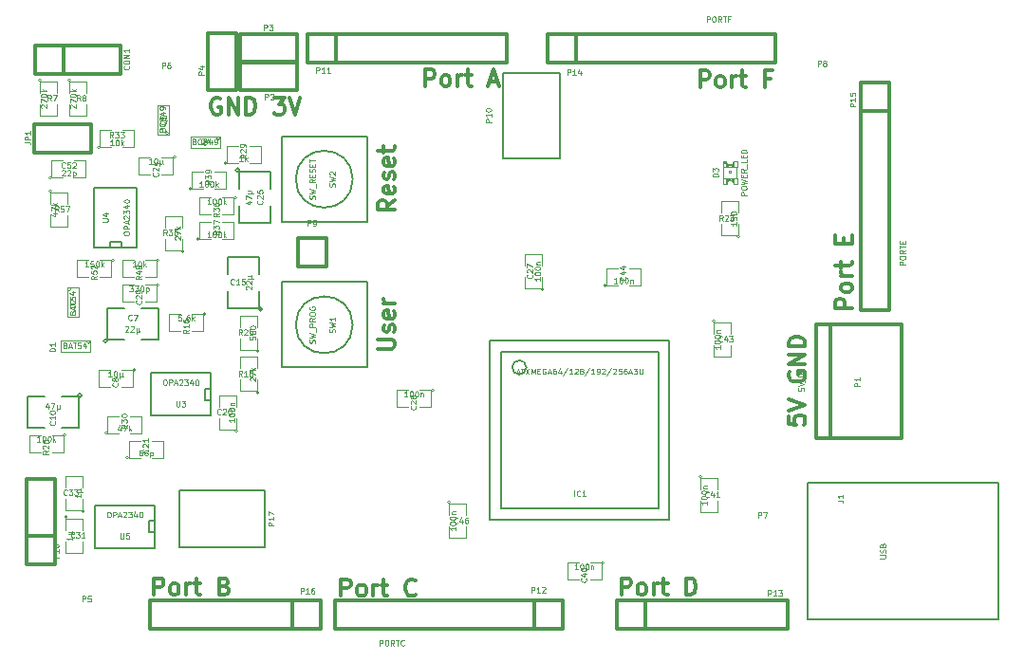
<source format=gto>
G04 (created by PCBNEW (2013-05-31 BZR 4019)-stable) date 12.01.2015 16:56:15*
%MOIN*%
G04 Gerber Fmt 3.4, Leading zero omitted, Abs format*
%FSLAX34Y34*%
G01*
G70*
G90*
G04 APERTURE LIST*
%ADD10C,0.00590551*%
%ADD11C,0.011811*%
%ADD12C,0.005*%
%ADD13C,0.0031*%
%ADD14C,0.0039*%
%ADD15C,0.012*%
%ADD16C,0.0125*%
%ADD17C,0.008*%
%ADD18C,0.0026*%
%ADD19C,0.004*%
%ADD20C,0.002*%
%ADD21C,0.00393701*%
G04 APERTURE END LIST*
G54D10*
G54D11*
X66144Y-60095D02*
X66144Y-60376D01*
X66425Y-60404D01*
X66397Y-60376D01*
X66369Y-60320D01*
X66369Y-60179D01*
X66397Y-60123D01*
X66425Y-60095D01*
X66482Y-60067D01*
X66622Y-60067D01*
X66678Y-60095D01*
X66706Y-60123D01*
X66735Y-60179D01*
X66735Y-60320D01*
X66706Y-60376D01*
X66678Y-60404D01*
X66144Y-59898D02*
X66735Y-59701D01*
X66144Y-59505D01*
X66172Y-58548D02*
X66144Y-58605D01*
X66144Y-58689D01*
X66172Y-58773D01*
X66228Y-58830D01*
X66285Y-58858D01*
X66397Y-58886D01*
X66482Y-58886D01*
X66594Y-58858D01*
X66650Y-58830D01*
X66706Y-58773D01*
X66735Y-58689D01*
X66735Y-58633D01*
X66706Y-58548D01*
X66678Y-58520D01*
X66482Y-58520D01*
X66482Y-58633D01*
X66735Y-58267D02*
X66144Y-58267D01*
X66735Y-57930D01*
X66144Y-57930D01*
X66735Y-57649D02*
X66144Y-57649D01*
X66144Y-57508D01*
X66172Y-57424D01*
X66228Y-57367D01*
X66285Y-57339D01*
X66397Y-57311D01*
X66482Y-57311D01*
X66594Y-57339D01*
X66650Y-57367D01*
X66706Y-57424D01*
X66735Y-57508D01*
X66735Y-57649D01*
X46192Y-48928D02*
X46136Y-48900D01*
X46051Y-48900D01*
X45967Y-48928D01*
X45911Y-48984D01*
X45883Y-49041D01*
X45854Y-49153D01*
X45854Y-49237D01*
X45883Y-49350D01*
X45911Y-49406D01*
X45967Y-49462D01*
X46051Y-49491D01*
X46107Y-49491D01*
X46192Y-49462D01*
X46220Y-49434D01*
X46220Y-49237D01*
X46107Y-49237D01*
X46473Y-49491D02*
X46473Y-48900D01*
X46811Y-49491D01*
X46811Y-48900D01*
X47092Y-49491D02*
X47092Y-48900D01*
X47232Y-48900D01*
X47317Y-48928D01*
X47373Y-48984D01*
X47401Y-49041D01*
X47429Y-49153D01*
X47429Y-49237D01*
X47401Y-49350D01*
X47373Y-49406D01*
X47317Y-49462D01*
X47232Y-49491D01*
X47092Y-49491D01*
X48076Y-48900D02*
X48442Y-48900D01*
X48245Y-49125D01*
X48329Y-49125D01*
X48385Y-49153D01*
X48413Y-49181D01*
X48442Y-49237D01*
X48442Y-49378D01*
X48413Y-49434D01*
X48385Y-49462D01*
X48329Y-49491D01*
X48160Y-49491D01*
X48104Y-49462D01*
X48076Y-49434D01*
X48610Y-48900D02*
X48807Y-49491D01*
X49004Y-48900D01*
X63039Y-48546D02*
X63039Y-47955D01*
X63264Y-47955D01*
X63321Y-47983D01*
X63349Y-48011D01*
X63377Y-48068D01*
X63377Y-48152D01*
X63349Y-48208D01*
X63321Y-48236D01*
X63264Y-48264D01*
X63039Y-48264D01*
X63714Y-48546D02*
X63658Y-48517D01*
X63630Y-48489D01*
X63602Y-48433D01*
X63602Y-48264D01*
X63630Y-48208D01*
X63658Y-48180D01*
X63714Y-48152D01*
X63799Y-48152D01*
X63855Y-48180D01*
X63883Y-48208D01*
X63911Y-48264D01*
X63911Y-48433D01*
X63883Y-48489D01*
X63855Y-48517D01*
X63799Y-48546D01*
X63714Y-48546D01*
X64164Y-48546D02*
X64164Y-48152D01*
X64164Y-48264D02*
X64192Y-48208D01*
X64221Y-48180D01*
X64277Y-48152D01*
X64333Y-48152D01*
X64446Y-48152D02*
X64670Y-48152D01*
X64530Y-47955D02*
X64530Y-48461D01*
X64558Y-48517D01*
X64614Y-48546D01*
X64670Y-48546D01*
X65514Y-48236D02*
X65317Y-48236D01*
X65317Y-48546D02*
X65317Y-47955D01*
X65598Y-47955D01*
X68388Y-56304D02*
X67798Y-56304D01*
X67798Y-56079D01*
X67826Y-56023D01*
X67854Y-55995D01*
X67910Y-55967D01*
X67994Y-55967D01*
X68051Y-55995D01*
X68079Y-56023D01*
X68107Y-56079D01*
X68107Y-56304D01*
X68388Y-55629D02*
X68360Y-55686D01*
X68332Y-55714D01*
X68276Y-55742D01*
X68107Y-55742D01*
X68051Y-55714D01*
X68023Y-55686D01*
X67994Y-55629D01*
X67994Y-55545D01*
X68023Y-55489D01*
X68051Y-55461D01*
X68107Y-55433D01*
X68276Y-55433D01*
X68332Y-55461D01*
X68360Y-55489D01*
X68388Y-55545D01*
X68388Y-55629D01*
X68388Y-55179D02*
X67994Y-55179D01*
X68107Y-55179D02*
X68051Y-55151D01*
X68023Y-55123D01*
X67994Y-55067D01*
X67994Y-55011D01*
X67994Y-54898D02*
X67994Y-54673D01*
X67798Y-54814D02*
X68304Y-54814D01*
X68360Y-54786D01*
X68388Y-54730D01*
X68388Y-54673D01*
X68079Y-54026D02*
X68079Y-53830D01*
X68388Y-53745D02*
X68388Y-54026D01*
X67798Y-54026D01*
X67798Y-53745D01*
X53394Y-48506D02*
X53394Y-47916D01*
X53619Y-47916D01*
X53675Y-47944D01*
X53703Y-47972D01*
X53731Y-48028D01*
X53731Y-48113D01*
X53703Y-48169D01*
X53675Y-48197D01*
X53619Y-48225D01*
X53394Y-48225D01*
X54069Y-48506D02*
X54012Y-48478D01*
X53984Y-48450D01*
X53956Y-48394D01*
X53956Y-48225D01*
X53984Y-48169D01*
X54012Y-48141D01*
X54069Y-48113D01*
X54153Y-48113D01*
X54209Y-48141D01*
X54237Y-48169D01*
X54266Y-48225D01*
X54266Y-48394D01*
X54237Y-48450D01*
X54209Y-48478D01*
X54153Y-48506D01*
X54069Y-48506D01*
X54519Y-48506D02*
X54519Y-48113D01*
X54519Y-48225D02*
X54547Y-48169D01*
X54575Y-48141D01*
X54631Y-48113D01*
X54687Y-48113D01*
X54800Y-48113D02*
X55025Y-48113D01*
X54884Y-47916D02*
X54884Y-48422D01*
X54912Y-48478D01*
X54969Y-48506D01*
X55025Y-48506D01*
X55643Y-48338D02*
X55925Y-48338D01*
X55587Y-48506D02*
X55784Y-47916D01*
X55981Y-48506D01*
X43863Y-66380D02*
X43863Y-65790D01*
X44088Y-65790D01*
X44145Y-65818D01*
X44173Y-65846D01*
X44201Y-65902D01*
X44201Y-65987D01*
X44173Y-66043D01*
X44145Y-66071D01*
X44088Y-66099D01*
X43863Y-66099D01*
X44538Y-66380D02*
X44482Y-66352D01*
X44454Y-66324D01*
X44426Y-66268D01*
X44426Y-66099D01*
X44454Y-66043D01*
X44482Y-66015D01*
X44538Y-65987D01*
X44623Y-65987D01*
X44679Y-66015D01*
X44707Y-66043D01*
X44735Y-66099D01*
X44735Y-66268D01*
X44707Y-66324D01*
X44679Y-66352D01*
X44623Y-66380D01*
X44538Y-66380D01*
X44988Y-66380D02*
X44988Y-65987D01*
X44988Y-66099D02*
X45016Y-66043D01*
X45044Y-66015D01*
X45101Y-65987D01*
X45157Y-65987D01*
X45269Y-65987D02*
X45494Y-65987D01*
X45354Y-65790D02*
X45354Y-66296D01*
X45382Y-66352D01*
X45438Y-66380D01*
X45494Y-66380D01*
X46338Y-66071D02*
X46422Y-66099D01*
X46451Y-66127D01*
X46479Y-66183D01*
X46479Y-66268D01*
X46451Y-66324D01*
X46422Y-66352D01*
X46366Y-66380D01*
X46141Y-66380D01*
X46141Y-65790D01*
X46338Y-65790D01*
X46394Y-65818D01*
X46422Y-65846D01*
X46451Y-65902D01*
X46451Y-65958D01*
X46422Y-66015D01*
X46394Y-66043D01*
X46338Y-66071D01*
X46141Y-66071D01*
X50438Y-66420D02*
X50438Y-65829D01*
X50663Y-65829D01*
X50719Y-65857D01*
X50748Y-65885D01*
X50776Y-65942D01*
X50776Y-66026D01*
X50748Y-66082D01*
X50719Y-66110D01*
X50663Y-66138D01*
X50438Y-66138D01*
X51113Y-66420D02*
X51057Y-66392D01*
X51029Y-66363D01*
X51001Y-66307D01*
X51001Y-66138D01*
X51029Y-66082D01*
X51057Y-66054D01*
X51113Y-66026D01*
X51197Y-66026D01*
X51254Y-66054D01*
X51282Y-66082D01*
X51310Y-66138D01*
X51310Y-66307D01*
X51282Y-66363D01*
X51254Y-66392D01*
X51197Y-66420D01*
X51113Y-66420D01*
X51563Y-66420D02*
X51563Y-66026D01*
X51563Y-66138D02*
X51591Y-66082D01*
X51619Y-66054D01*
X51676Y-66026D01*
X51732Y-66026D01*
X51844Y-66026D02*
X52069Y-66026D01*
X51929Y-65829D02*
X51929Y-66335D01*
X51957Y-66392D01*
X52013Y-66420D01*
X52069Y-66420D01*
X53053Y-66363D02*
X53025Y-66392D01*
X52941Y-66420D01*
X52885Y-66420D01*
X52800Y-66392D01*
X52744Y-66335D01*
X52716Y-66279D01*
X52688Y-66167D01*
X52688Y-66082D01*
X52716Y-65970D01*
X52744Y-65913D01*
X52800Y-65857D01*
X52885Y-65829D01*
X52941Y-65829D01*
X53025Y-65857D01*
X53053Y-65885D01*
X60281Y-66380D02*
X60281Y-65790D01*
X60506Y-65790D01*
X60562Y-65818D01*
X60590Y-65846D01*
X60618Y-65902D01*
X60618Y-65987D01*
X60590Y-66043D01*
X60562Y-66071D01*
X60506Y-66099D01*
X60281Y-66099D01*
X60956Y-66380D02*
X60899Y-66352D01*
X60871Y-66324D01*
X60843Y-66268D01*
X60843Y-66099D01*
X60871Y-66043D01*
X60899Y-66015D01*
X60956Y-65987D01*
X61040Y-65987D01*
X61096Y-66015D01*
X61124Y-66043D01*
X61152Y-66099D01*
X61152Y-66268D01*
X61124Y-66324D01*
X61096Y-66352D01*
X61040Y-66380D01*
X60956Y-66380D01*
X61406Y-66380D02*
X61406Y-65987D01*
X61406Y-66099D02*
X61434Y-66043D01*
X61462Y-66015D01*
X61518Y-65987D01*
X61574Y-65987D01*
X61687Y-65987D02*
X61912Y-65987D01*
X61771Y-65790D02*
X61771Y-66296D01*
X61799Y-66352D01*
X61856Y-66380D01*
X61912Y-66380D01*
X62559Y-66380D02*
X62559Y-65790D01*
X62699Y-65790D01*
X62784Y-65818D01*
X62840Y-65874D01*
X62868Y-65930D01*
X62896Y-66043D01*
X62896Y-66127D01*
X62868Y-66240D01*
X62840Y-66296D01*
X62784Y-66352D01*
X62699Y-66380D01*
X62559Y-66380D01*
X51735Y-57733D02*
X52213Y-57733D01*
X52269Y-57705D01*
X52297Y-57677D01*
X52325Y-57620D01*
X52325Y-57508D01*
X52297Y-57452D01*
X52269Y-57424D01*
X52213Y-57395D01*
X51735Y-57395D01*
X52297Y-57142D02*
X52325Y-57086D01*
X52325Y-56974D01*
X52297Y-56917D01*
X52241Y-56889D01*
X52213Y-56889D01*
X52156Y-56917D01*
X52128Y-56974D01*
X52128Y-57058D01*
X52100Y-57114D01*
X52044Y-57142D01*
X52016Y-57142D01*
X51960Y-57114D01*
X51931Y-57058D01*
X51931Y-56974D01*
X51960Y-56917D01*
X52297Y-56411D02*
X52325Y-56467D01*
X52325Y-56580D01*
X52297Y-56636D01*
X52241Y-56664D01*
X52016Y-56664D01*
X51960Y-56636D01*
X51931Y-56580D01*
X51931Y-56467D01*
X51960Y-56411D01*
X52016Y-56383D01*
X52072Y-56383D01*
X52128Y-56664D01*
X52325Y-56130D02*
X51931Y-56130D01*
X52044Y-56130D02*
X51988Y-56102D01*
X51960Y-56074D01*
X51931Y-56017D01*
X51931Y-55961D01*
X52325Y-52502D02*
X52044Y-52699D01*
X52325Y-52840D02*
X51735Y-52840D01*
X51735Y-52615D01*
X51763Y-52559D01*
X51791Y-52530D01*
X51847Y-52502D01*
X51931Y-52502D01*
X51988Y-52530D01*
X52016Y-52559D01*
X52044Y-52615D01*
X52044Y-52840D01*
X52297Y-52024D02*
X52325Y-52080D01*
X52325Y-52193D01*
X52297Y-52249D01*
X52241Y-52277D01*
X52016Y-52277D01*
X51960Y-52249D01*
X51931Y-52193D01*
X51931Y-52080D01*
X51960Y-52024D01*
X52016Y-51996D01*
X52072Y-51996D01*
X52128Y-52277D01*
X52297Y-51771D02*
X52325Y-51715D01*
X52325Y-51602D01*
X52297Y-51546D01*
X52241Y-51518D01*
X52213Y-51518D01*
X52156Y-51546D01*
X52128Y-51602D01*
X52128Y-51687D01*
X52100Y-51743D01*
X52044Y-51771D01*
X52016Y-51771D01*
X51960Y-51743D01*
X51931Y-51687D01*
X51931Y-51602D01*
X51960Y-51546D01*
X52297Y-51040D02*
X52325Y-51096D01*
X52325Y-51209D01*
X52297Y-51265D01*
X52241Y-51293D01*
X52016Y-51293D01*
X51960Y-51265D01*
X51931Y-51209D01*
X51931Y-51096D01*
X51960Y-51040D01*
X52016Y-51012D01*
X52072Y-51012D01*
X52128Y-51293D01*
X51931Y-50843D02*
X51931Y-50618D01*
X51735Y-50759D02*
X52241Y-50759D01*
X52297Y-50731D01*
X52325Y-50674D01*
X52325Y-50618D01*
G54D12*
X73538Y-67242D02*
X73538Y-62442D01*
X73538Y-62442D02*
X66838Y-62442D01*
X66838Y-62442D02*
X66838Y-67242D01*
X66838Y-67242D02*
X73538Y-67242D01*
X50842Y-51771D02*
G75*
G03X50842Y-51771I-1000J0D01*
G74*
G01*
X51342Y-50271D02*
X51342Y-53271D01*
X51342Y-53271D02*
X48342Y-53271D01*
X48342Y-53271D02*
X48342Y-50271D01*
X51342Y-50271D02*
X48342Y-50271D01*
X50842Y-56889D02*
G75*
G03X50842Y-56889I-1000J0D01*
G74*
G01*
X51342Y-55389D02*
X51342Y-58389D01*
X51342Y-58389D02*
X48342Y-58389D01*
X48342Y-58389D02*
X48342Y-55389D01*
X51342Y-55389D02*
X48342Y-55389D01*
G54D13*
X40948Y-55639D02*
G75*
G03X40948Y-55639I-62J0D01*
G74*
G01*
X41223Y-56602D02*
X40823Y-56602D01*
X41223Y-55577D02*
X40823Y-55577D01*
X40823Y-56602D02*
X40823Y-55577D01*
X41223Y-55577D02*
X41223Y-56602D01*
X46194Y-50334D02*
G75*
G03X46194Y-50334I-62J0D01*
G74*
G01*
X45169Y-50672D02*
X45169Y-50272D01*
X46194Y-50672D02*
X46194Y-50272D01*
X45169Y-50272D02*
X46194Y-50272D01*
X46194Y-50672D02*
X45169Y-50672D01*
X41627Y-57499D02*
G75*
G03X41627Y-57499I-62J0D01*
G74*
G01*
X40602Y-57837D02*
X40602Y-57437D01*
X41627Y-57837D02*
X41627Y-57437D01*
X40602Y-57437D02*
X41627Y-57437D01*
X41627Y-57837D02*
X40602Y-57837D01*
X44373Y-50148D02*
G75*
G03X44373Y-50148I-62J0D01*
G74*
G01*
X43973Y-49185D02*
X44373Y-49185D01*
X43973Y-50210D02*
X44373Y-50210D01*
X44373Y-49185D02*
X44373Y-50210D01*
X43973Y-50210D02*
X43973Y-49185D01*
G54D12*
X45853Y-58630D02*
X45853Y-58580D01*
X45853Y-58580D02*
X43753Y-58580D01*
X43753Y-60080D02*
X45853Y-60080D01*
X45853Y-60080D02*
X45853Y-58630D01*
X45853Y-59530D02*
X45653Y-59530D01*
X45653Y-59530D02*
X45653Y-59130D01*
X45653Y-59130D02*
X45853Y-59130D01*
X43753Y-60080D02*
X43753Y-58580D01*
X43219Y-54160D02*
X43269Y-54160D01*
X43269Y-54160D02*
X43269Y-52060D01*
X41769Y-52060D02*
X41769Y-54160D01*
X41769Y-54160D02*
X43219Y-54160D01*
X42319Y-54160D02*
X42319Y-53960D01*
X42319Y-53960D02*
X42719Y-53960D01*
X42719Y-53960D02*
X42719Y-54160D01*
X41769Y-52060D02*
X43269Y-52060D01*
X47678Y-56343D02*
G75*
G03X47678Y-56343I-70J0D01*
G74*
G01*
X46457Y-55693D02*
X46457Y-56293D01*
X46457Y-56293D02*
X47557Y-56293D01*
X47557Y-56293D02*
X47557Y-55693D01*
X47557Y-55093D02*
X47557Y-54493D01*
X47557Y-54493D02*
X46457Y-54493D01*
X46457Y-54493D02*
X46457Y-55093D01*
X42230Y-57450D02*
G75*
G03X42230Y-57450I-70J0D01*
G74*
G01*
X42810Y-56300D02*
X42210Y-56300D01*
X42210Y-56300D02*
X42210Y-57400D01*
X42210Y-57400D02*
X42810Y-57400D01*
X43410Y-57400D02*
X44010Y-57400D01*
X44010Y-57400D02*
X44010Y-56300D01*
X44010Y-56300D02*
X43410Y-56300D01*
X41335Y-59360D02*
G75*
G03X41335Y-59360I-70J0D01*
G74*
G01*
X40614Y-60510D02*
X41214Y-60510D01*
X41214Y-60510D02*
X41214Y-59410D01*
X41214Y-59410D02*
X40614Y-59410D01*
X40014Y-59410D02*
X39414Y-59410D01*
X39414Y-59410D02*
X39414Y-60510D01*
X39414Y-60510D02*
X40014Y-60510D01*
X46872Y-51451D02*
G75*
G03X46872Y-51451I-70J0D01*
G74*
G01*
X47951Y-52101D02*
X47951Y-51501D01*
X47951Y-51501D02*
X46851Y-51501D01*
X46851Y-51501D02*
X46851Y-52101D01*
X46851Y-52701D02*
X46851Y-53301D01*
X46851Y-53301D02*
X47951Y-53301D01*
X47951Y-53301D02*
X47951Y-52701D01*
G54D14*
X44637Y-50999D02*
G75*
G03X44637Y-50999I-50J0D01*
G74*
G01*
X44137Y-50999D02*
X44537Y-50999D01*
X44537Y-50999D02*
X44537Y-51599D01*
X44537Y-51599D02*
X44137Y-51599D01*
X43737Y-51599D02*
X43337Y-51599D01*
X43337Y-51599D02*
X43337Y-50999D01*
X43337Y-50999D02*
X43737Y-50999D01*
X44916Y-54311D02*
G75*
G03X44916Y-54311I-50J0D01*
G74*
G01*
X44866Y-53861D02*
X44866Y-54261D01*
X44866Y-54261D02*
X44266Y-54261D01*
X44266Y-54261D02*
X44266Y-53861D01*
X44266Y-53461D02*
X44266Y-53061D01*
X44266Y-53061D02*
X44866Y-53061D01*
X44866Y-53061D02*
X44866Y-53461D01*
X46407Y-51205D02*
G75*
G03X46407Y-51205I-50J0D01*
G74*
G01*
X46807Y-51205D02*
X46407Y-51205D01*
X46407Y-51205D02*
X46407Y-50605D01*
X46407Y-50605D02*
X46807Y-50605D01*
X47207Y-50605D02*
X47607Y-50605D01*
X47607Y-50605D02*
X47607Y-51205D01*
X47607Y-51205D02*
X47207Y-51205D01*
X40261Y-52184D02*
G75*
G03X40261Y-52184I-50J0D01*
G74*
G01*
X40211Y-52634D02*
X40211Y-52234D01*
X40211Y-52234D02*
X40811Y-52234D01*
X40811Y-52234D02*
X40811Y-52634D01*
X40811Y-53034D02*
X40811Y-53434D01*
X40811Y-53434D02*
X40211Y-53434D01*
X40211Y-53434D02*
X40211Y-53034D01*
X46762Y-52416D02*
G75*
G03X46762Y-52416I-50J0D01*
G74*
G01*
X46262Y-52416D02*
X46662Y-52416D01*
X46662Y-52416D02*
X46662Y-53016D01*
X46662Y-53016D02*
X46262Y-53016D01*
X45862Y-53016D02*
X45462Y-53016D01*
X45462Y-53016D02*
X45462Y-52416D01*
X45462Y-52416D02*
X45862Y-52416D01*
X45462Y-53882D02*
G75*
G03X45462Y-53882I-50J0D01*
G74*
G01*
X45862Y-53882D02*
X45462Y-53882D01*
X45462Y-53882D02*
X45462Y-53282D01*
X45462Y-53282D02*
X45862Y-53282D01*
X46262Y-53282D02*
X46662Y-53282D01*
X46662Y-53282D02*
X46662Y-53882D01*
X46662Y-53882D02*
X46262Y-53882D01*
X41959Y-50654D02*
G75*
G03X41959Y-50654I-50J0D01*
G74*
G01*
X42359Y-50654D02*
X41959Y-50654D01*
X41959Y-50654D02*
X41959Y-50054D01*
X41959Y-50054D02*
X42359Y-50054D01*
X42759Y-50054D02*
X43159Y-50054D01*
X43159Y-50054D02*
X43159Y-50654D01*
X43159Y-50654D02*
X42759Y-50654D01*
X44046Y-54621D02*
G75*
G03X44046Y-54621I-50J0D01*
G74*
G01*
X43546Y-54621D02*
X43946Y-54621D01*
X43946Y-54621D02*
X43946Y-55221D01*
X43946Y-55221D02*
X43546Y-55221D01*
X43146Y-55221D02*
X42746Y-55221D01*
X42746Y-55221D02*
X42746Y-54621D01*
X42746Y-54621D02*
X43146Y-54621D01*
X42471Y-54621D02*
G75*
G03X42471Y-54621I-50J0D01*
G74*
G01*
X41971Y-54621D02*
X42371Y-54621D01*
X42371Y-54621D02*
X42371Y-55221D01*
X42371Y-55221D02*
X41971Y-55221D01*
X41571Y-55221D02*
X41171Y-55221D01*
X41171Y-55221D02*
X41171Y-54621D01*
X41171Y-54621D02*
X41571Y-54621D01*
X44046Y-55487D02*
G75*
G03X44046Y-55487I-50J0D01*
G74*
G01*
X43546Y-55487D02*
X43946Y-55487D01*
X43946Y-55487D02*
X43946Y-56087D01*
X43946Y-56087D02*
X43546Y-56087D01*
X43146Y-56087D02*
X42746Y-56087D01*
X42746Y-56087D02*
X42746Y-55487D01*
X42746Y-55487D02*
X43146Y-55487D01*
X45187Y-52111D02*
G75*
G03X45187Y-52111I-50J0D01*
G74*
G01*
X45587Y-52111D02*
X45187Y-52111D01*
X45187Y-52111D02*
X45187Y-51511D01*
X45187Y-51511D02*
X45587Y-51511D01*
X45987Y-51511D02*
X46387Y-51511D01*
X46387Y-51511D02*
X46387Y-52111D01*
X46387Y-52111D02*
X45987Y-52111D01*
X40266Y-51717D02*
G75*
G03X40266Y-51717I-50J0D01*
G74*
G01*
X40666Y-51717D02*
X40266Y-51717D01*
X40266Y-51717D02*
X40266Y-51117D01*
X40266Y-51117D02*
X40666Y-51117D01*
X41066Y-51117D02*
X41466Y-51117D01*
X41466Y-51117D02*
X41466Y-51717D01*
X41466Y-51717D02*
X41066Y-51717D01*
X43219Y-58479D02*
G75*
G03X43219Y-58479I-50J0D01*
G74*
G01*
X42719Y-58479D02*
X43119Y-58479D01*
X43119Y-58479D02*
X43119Y-59079D01*
X43119Y-59079D02*
X42719Y-59079D01*
X42319Y-59079D02*
X41919Y-59079D01*
X41919Y-59079D02*
X41919Y-58479D01*
X41919Y-58479D02*
X42319Y-58479D01*
X39907Y-48287D02*
G75*
G03X39907Y-48287I-50J0D01*
G74*
G01*
X39857Y-48737D02*
X39857Y-48337D01*
X39857Y-48337D02*
X40457Y-48337D01*
X40457Y-48337D02*
X40457Y-48737D01*
X40457Y-49137D02*
X40457Y-49537D01*
X40457Y-49537D02*
X39857Y-49537D01*
X39857Y-49537D02*
X39857Y-49137D01*
X40931Y-48287D02*
G75*
G03X40931Y-48287I-50J0D01*
G74*
G01*
X40881Y-48737D02*
X40881Y-48337D01*
X40881Y-48337D02*
X41481Y-48337D01*
X41481Y-48337D02*
X41481Y-48737D01*
X41481Y-49137D02*
X41481Y-49537D01*
X41481Y-49537D02*
X40881Y-49537D01*
X40881Y-49537D02*
X40881Y-49137D01*
X46806Y-60610D02*
G75*
G03X46806Y-60610I-50J0D01*
G74*
G01*
X46756Y-60160D02*
X46756Y-60560D01*
X46756Y-60560D02*
X46156Y-60560D01*
X46156Y-60560D02*
X46156Y-60160D01*
X46156Y-59760D02*
X46156Y-59360D01*
X46156Y-59360D02*
X46756Y-59360D01*
X46756Y-59360D02*
X46756Y-59760D01*
X47554Y-57815D02*
G75*
G03X47554Y-57815I-50J0D01*
G74*
G01*
X47504Y-57365D02*
X47504Y-57765D01*
X47504Y-57765D02*
X46904Y-57765D01*
X46904Y-57765D02*
X46904Y-57365D01*
X46904Y-56965D02*
X46904Y-56565D01*
X46904Y-56565D02*
X47504Y-56565D01*
X47504Y-56565D02*
X47504Y-56965D01*
X47554Y-59272D02*
G75*
G03X47554Y-59272I-50J0D01*
G74*
G01*
X47504Y-58822D02*
X47504Y-59222D01*
X47504Y-59222D02*
X46904Y-59222D01*
X46904Y-59222D02*
X46904Y-58822D01*
X46904Y-58422D02*
X46904Y-58022D01*
X46904Y-58022D02*
X47504Y-58022D01*
X47504Y-58022D02*
X47504Y-58422D01*
X40778Y-60762D02*
G75*
G03X40778Y-60762I-50J0D01*
G74*
G01*
X40278Y-60762D02*
X40678Y-60762D01*
X40678Y-60762D02*
X40678Y-61362D01*
X40678Y-61362D02*
X40278Y-61362D01*
X39878Y-61362D02*
X39478Y-61362D01*
X39478Y-61362D02*
X39478Y-60762D01*
X39478Y-60762D02*
X39878Y-60762D01*
X59676Y-65251D02*
G75*
G03X59676Y-65251I-50J0D01*
G74*
G01*
X59176Y-65251D02*
X59576Y-65251D01*
X59576Y-65251D02*
X59576Y-65851D01*
X59576Y-65851D02*
X59176Y-65851D01*
X58776Y-65851D02*
X58376Y-65851D01*
X58376Y-65851D02*
X58376Y-65251D01*
X58376Y-65251D02*
X58776Y-65251D01*
X64444Y-53799D02*
G75*
G03X64444Y-53799I-50J0D01*
G74*
G01*
X64394Y-53349D02*
X64394Y-53749D01*
X64394Y-53749D02*
X63794Y-53749D01*
X63794Y-53749D02*
X63794Y-53349D01*
X63794Y-52949D02*
X63794Y-52549D01*
X63794Y-52549D02*
X64394Y-52549D01*
X64394Y-52549D02*
X64394Y-52949D01*
X63568Y-56751D02*
G75*
G03X63568Y-56751I-50J0D01*
G74*
G01*
X63518Y-57201D02*
X63518Y-56801D01*
X63518Y-56801D02*
X64118Y-56801D01*
X64118Y-56801D02*
X64118Y-57201D01*
X64118Y-57601D02*
X64118Y-58001D01*
X64118Y-58001D02*
X63518Y-58001D01*
X63518Y-58001D02*
X63518Y-57601D01*
X59754Y-55496D02*
G75*
G03X59754Y-55496I-50J0D01*
G74*
G01*
X60154Y-55496D02*
X59754Y-55496D01*
X59754Y-55496D02*
X59754Y-54896D01*
X59754Y-54896D02*
X60154Y-54896D01*
X60554Y-54896D02*
X60954Y-54896D01*
X60954Y-54896D02*
X60954Y-55496D01*
X60954Y-55496D02*
X60554Y-55496D01*
X54277Y-63129D02*
G75*
G03X54277Y-63129I-50J0D01*
G74*
G01*
X54227Y-63579D02*
X54227Y-63179D01*
X54227Y-63179D02*
X54827Y-63179D01*
X54827Y-63179D02*
X54827Y-63579D01*
X54827Y-63979D02*
X54827Y-64379D01*
X54827Y-64379D02*
X54227Y-64379D01*
X54227Y-64379D02*
X54227Y-63979D01*
X63096Y-62224D02*
G75*
G03X63096Y-62224I-50J0D01*
G74*
G01*
X63046Y-62674D02*
X63046Y-62274D01*
X63046Y-62274D02*
X63646Y-62274D01*
X63646Y-62274D02*
X63646Y-62674D01*
X63646Y-63074D02*
X63646Y-63474D01*
X63646Y-63474D02*
X63046Y-63474D01*
X63046Y-63474D02*
X63046Y-63074D01*
X57554Y-55650D02*
G75*
G03X57554Y-55650I-50J0D01*
G74*
G01*
X57504Y-55200D02*
X57504Y-55600D01*
X57504Y-55600D02*
X56904Y-55600D01*
X56904Y-55600D02*
X56904Y-55200D01*
X56904Y-54800D02*
X56904Y-54400D01*
X56904Y-54400D02*
X57504Y-54400D01*
X57504Y-54400D02*
X57504Y-54800D01*
X53692Y-59188D02*
G75*
G03X53692Y-59188I-50J0D01*
G74*
G01*
X53192Y-59188D02*
X53592Y-59188D01*
X53592Y-59188D02*
X53592Y-59788D01*
X53592Y-59788D02*
X53192Y-59788D01*
X52792Y-59788D02*
X52392Y-59788D01*
X52392Y-59788D02*
X52392Y-59188D01*
X52392Y-59188D02*
X52792Y-59188D01*
X45700Y-56511D02*
G75*
G03X45700Y-56511I-50J0D01*
G74*
G01*
X45200Y-56511D02*
X45600Y-56511D01*
X45600Y-56511D02*
X45600Y-57111D01*
X45600Y-57111D02*
X45200Y-57111D01*
X44800Y-57111D02*
X44400Y-57111D01*
X44400Y-57111D02*
X44400Y-56511D01*
X44400Y-56511D02*
X44800Y-56511D01*
X42234Y-60693D02*
G75*
G03X42234Y-60693I-50J0D01*
G74*
G01*
X42634Y-60693D02*
X42234Y-60693D01*
X42234Y-60693D02*
X42234Y-60093D01*
X42234Y-60093D02*
X42634Y-60093D01*
X43034Y-60093D02*
X43434Y-60093D01*
X43434Y-60093D02*
X43434Y-60693D01*
X43434Y-60693D02*
X43034Y-60693D01*
X42982Y-61559D02*
G75*
G03X42982Y-61559I-50J0D01*
G74*
G01*
X43382Y-61559D02*
X42982Y-61559D01*
X42982Y-61559D02*
X42982Y-60959D01*
X42982Y-60959D02*
X43382Y-60959D01*
X43782Y-60959D02*
X44182Y-60959D01*
X44182Y-60959D02*
X44182Y-61559D01*
X44182Y-61559D02*
X43782Y-61559D01*
G54D15*
X69673Y-48362D02*
X69673Y-56362D01*
X69673Y-56362D02*
X68673Y-56362D01*
X68673Y-56362D02*
X68673Y-48362D01*
X68673Y-48362D02*
X69673Y-48362D01*
X68673Y-49362D02*
X69673Y-49362D01*
X57692Y-46665D02*
X65692Y-46665D01*
X65692Y-46665D02*
X65692Y-47665D01*
X65692Y-47665D02*
X57692Y-47665D01*
X57692Y-47665D02*
X57692Y-46665D01*
X58692Y-47665D02*
X58692Y-46665D01*
X58212Y-67586D02*
X50212Y-67586D01*
X50212Y-67586D02*
X50212Y-66586D01*
X50212Y-66586D02*
X58212Y-66586D01*
X58212Y-66586D02*
X58212Y-67586D01*
X57212Y-66586D02*
X57212Y-67586D01*
X49255Y-46665D02*
X49255Y-46665D01*
X49255Y-46665D02*
X56255Y-46665D01*
X56255Y-46665D02*
X56255Y-47665D01*
X56255Y-47665D02*
X49255Y-47665D01*
X49255Y-47665D02*
X49255Y-46665D01*
X50255Y-47665D02*
X50255Y-47665D01*
X50255Y-47665D02*
X50255Y-46665D01*
X60110Y-67586D02*
X60110Y-66586D01*
X60110Y-66586D02*
X66110Y-66586D01*
X66110Y-66586D02*
X66110Y-67586D01*
X66110Y-67586D02*
X60110Y-67586D01*
X61110Y-67586D02*
X61110Y-66586D01*
X39681Y-48059D02*
X39681Y-47059D01*
X39681Y-47059D02*
X42681Y-47059D01*
X42681Y-47059D02*
X42681Y-48059D01*
X42681Y-48059D02*
X39681Y-48059D01*
X40681Y-47059D02*
X40681Y-48059D01*
X41669Y-49854D02*
X41669Y-50854D01*
X41669Y-50854D02*
X39669Y-50854D01*
X39669Y-50854D02*
X39669Y-49854D01*
X39669Y-49854D02*
X41669Y-49854D01*
X46874Y-48649D02*
X46874Y-47649D01*
X46874Y-47649D02*
X48874Y-47649D01*
X48874Y-47649D02*
X48874Y-48649D01*
X48874Y-48649D02*
X46874Y-48649D01*
X46759Y-48637D02*
X45759Y-48637D01*
X45759Y-48637D02*
X45759Y-46637D01*
X45759Y-46637D02*
X46759Y-46637D01*
X46759Y-46637D02*
X46759Y-48637D01*
X46874Y-47665D02*
X46874Y-46665D01*
X46874Y-46665D02*
X48874Y-46665D01*
X48874Y-46665D02*
X48874Y-47665D01*
X48874Y-47665D02*
X46874Y-47665D01*
G54D16*
X48909Y-54830D02*
X49909Y-54830D01*
X48909Y-53830D02*
X49909Y-53830D01*
G54D15*
X48909Y-54830D02*
X48909Y-53830D01*
X49909Y-53830D02*
X49909Y-54830D01*
G54D17*
X58125Y-48027D02*
X58125Y-51027D01*
X56125Y-51027D02*
X56125Y-48027D01*
X56125Y-48027D02*
X58125Y-48027D01*
X58125Y-51027D02*
X56125Y-51027D01*
G54D18*
X64212Y-51339D02*
X64340Y-51339D01*
X64340Y-51339D02*
X64340Y-51142D01*
X64212Y-51142D02*
X64340Y-51142D01*
X64212Y-51339D02*
X64212Y-51142D01*
X63967Y-51339D02*
X64026Y-51339D01*
X64026Y-51339D02*
X64026Y-51240D01*
X63967Y-51240D02*
X64026Y-51240D01*
X63967Y-51339D02*
X63967Y-51240D01*
X64162Y-51339D02*
X64221Y-51339D01*
X64221Y-51339D02*
X64221Y-51240D01*
X64162Y-51240D02*
X64221Y-51240D01*
X64162Y-51339D02*
X64162Y-51240D01*
X64016Y-51339D02*
X64172Y-51339D01*
X64172Y-51339D02*
X64172Y-51270D01*
X64016Y-51270D02*
X64172Y-51270D01*
X64016Y-51339D02*
X64016Y-51270D01*
X64212Y-51928D02*
X64340Y-51928D01*
X64340Y-51928D02*
X64340Y-51731D01*
X64212Y-51731D02*
X64340Y-51731D01*
X64212Y-51928D02*
X64212Y-51731D01*
X63848Y-51928D02*
X63976Y-51928D01*
X63976Y-51928D02*
X63976Y-51731D01*
X63848Y-51731D02*
X63976Y-51731D01*
X63848Y-51928D02*
X63848Y-51731D01*
X64162Y-51830D02*
X64221Y-51830D01*
X64221Y-51830D02*
X64221Y-51731D01*
X64162Y-51731D02*
X64221Y-51731D01*
X64162Y-51830D02*
X64162Y-51731D01*
X63967Y-51830D02*
X64026Y-51830D01*
X64026Y-51830D02*
X64026Y-51731D01*
X63967Y-51731D02*
X64026Y-51731D01*
X63967Y-51830D02*
X63967Y-51731D01*
X64016Y-51800D02*
X64172Y-51800D01*
X64172Y-51800D02*
X64172Y-51731D01*
X64016Y-51731D02*
X64172Y-51731D01*
X64016Y-51800D02*
X64016Y-51731D01*
X64055Y-51535D02*
X64133Y-51535D01*
X64133Y-51535D02*
X64133Y-51457D01*
X64055Y-51457D02*
X64133Y-51457D01*
X64055Y-51535D02*
X64055Y-51457D01*
X63858Y-51339D02*
X63976Y-51339D01*
X63976Y-51339D02*
X63976Y-51221D01*
X63858Y-51221D02*
X63976Y-51221D01*
X63858Y-51339D02*
X63858Y-51221D01*
X63848Y-51171D02*
X63937Y-51171D01*
X63937Y-51171D02*
X63937Y-51142D01*
X63848Y-51142D02*
X63937Y-51142D01*
X63848Y-51171D02*
X63848Y-51142D01*
G54D19*
X64320Y-51329D02*
X64320Y-51741D01*
X63868Y-51731D02*
X63868Y-51171D01*
G54D20*
X63945Y-51201D02*
G75*
G03X63945Y-51201I-28J0D01*
G74*
G01*
G54D19*
X63957Y-51142D02*
G75*
G03X64231Y-51142I137J0D01*
G74*
G01*
X64231Y-51928D02*
G75*
G03X63957Y-51928I-137J0D01*
G74*
G01*
G54D15*
X67622Y-60858D02*
X67622Y-56858D01*
X67122Y-60858D02*
X70122Y-60858D01*
X70122Y-60858D02*
X70122Y-56858D01*
X70122Y-56858D02*
X67122Y-56858D01*
X67122Y-56858D02*
X67122Y-60858D01*
G54D10*
X61574Y-63346D02*
X56062Y-63346D01*
X56062Y-63346D02*
X56062Y-57834D01*
X56062Y-57834D02*
X61574Y-57834D01*
X61574Y-57834D02*
X61574Y-63346D01*
X55669Y-57440D02*
X61968Y-57440D01*
X61968Y-57440D02*
X61968Y-63740D01*
X61968Y-63740D02*
X55669Y-63740D01*
X55669Y-63740D02*
X55669Y-57440D01*
X56941Y-58385D02*
G75*
G03X56941Y-58385I-248J0D01*
G74*
G01*
G54D12*
X43884Y-63276D02*
X43884Y-63226D01*
X43884Y-63226D02*
X41784Y-63226D01*
X41784Y-64726D02*
X43884Y-64726D01*
X43884Y-64726D02*
X43884Y-63276D01*
X43884Y-64176D02*
X43684Y-64176D01*
X43684Y-64176D02*
X43684Y-63776D01*
X43684Y-63776D02*
X43884Y-63776D01*
X41784Y-64726D02*
X41784Y-63226D01*
G54D17*
X44759Y-62700D02*
X47759Y-62700D01*
X47759Y-64700D02*
X44759Y-64700D01*
X44759Y-64700D02*
X44759Y-62700D01*
X47759Y-62700D02*
X47759Y-64700D01*
G54D14*
X40812Y-63641D02*
G75*
G03X40812Y-63641I-50J0D01*
G74*
G01*
X40762Y-64091D02*
X40762Y-63691D01*
X40762Y-63691D02*
X41362Y-63691D01*
X41362Y-63691D02*
X41362Y-64091D01*
X41362Y-64491D02*
X41362Y-64891D01*
X41362Y-64891D02*
X40762Y-64891D01*
X40762Y-64891D02*
X40762Y-64491D01*
X41412Y-63445D02*
G75*
G03X41412Y-63445I-50J0D01*
G74*
G01*
X41362Y-62995D02*
X41362Y-63395D01*
X41362Y-63395D02*
X40762Y-63395D01*
X40762Y-63395D02*
X40762Y-62995D01*
X40762Y-62595D02*
X40762Y-62195D01*
X40762Y-62195D02*
X41362Y-62195D01*
X41362Y-62195D02*
X41362Y-62595D01*
G54D15*
X49732Y-66586D02*
X49732Y-67586D01*
X49732Y-67586D02*
X43732Y-67586D01*
X43732Y-67586D02*
X43732Y-66586D01*
X43732Y-66586D02*
X49732Y-66586D01*
X48732Y-66586D02*
X48732Y-67586D01*
X40381Y-65318D02*
X39381Y-65318D01*
X39381Y-65318D02*
X39381Y-62318D01*
X39381Y-62318D02*
X40381Y-62318D01*
X40381Y-62318D02*
X40381Y-65318D01*
X39381Y-64318D02*
X40381Y-64318D01*
G54D21*
X67177Y-47796D02*
X67177Y-47599D01*
X67252Y-47599D01*
X67271Y-47608D01*
X67280Y-47618D01*
X67290Y-47636D01*
X67290Y-47664D01*
X67280Y-47683D01*
X67271Y-47693D01*
X67252Y-47702D01*
X67177Y-47702D01*
X67402Y-47683D02*
X67383Y-47674D01*
X67374Y-47664D01*
X67365Y-47646D01*
X67365Y-47636D01*
X67374Y-47618D01*
X67383Y-47608D01*
X67402Y-47599D01*
X67440Y-47599D01*
X67458Y-47608D01*
X67468Y-47618D01*
X67477Y-47636D01*
X67477Y-47646D01*
X67468Y-47664D01*
X67458Y-47674D01*
X67440Y-47683D01*
X67402Y-47683D01*
X67383Y-47693D01*
X67374Y-47702D01*
X67365Y-47721D01*
X67365Y-47758D01*
X67374Y-47777D01*
X67383Y-47786D01*
X67402Y-47796D01*
X67440Y-47796D01*
X67458Y-47786D01*
X67468Y-47777D01*
X67477Y-47758D01*
X67477Y-47721D01*
X67468Y-47702D01*
X67458Y-47693D01*
X67440Y-47683D01*
X44146Y-47874D02*
X44146Y-47678D01*
X44221Y-47678D01*
X44239Y-47687D01*
X44249Y-47696D01*
X44258Y-47715D01*
X44258Y-47743D01*
X44249Y-47762D01*
X44239Y-47771D01*
X44221Y-47781D01*
X44146Y-47781D01*
X44427Y-47678D02*
X44389Y-47678D01*
X44371Y-47687D01*
X44361Y-47696D01*
X44342Y-47724D01*
X44333Y-47762D01*
X44333Y-47837D01*
X44342Y-47856D01*
X44352Y-47865D01*
X44371Y-47874D01*
X44408Y-47874D01*
X44427Y-47865D01*
X44436Y-47856D01*
X44446Y-47837D01*
X44446Y-47790D01*
X44436Y-47771D01*
X44427Y-47762D01*
X44408Y-47753D01*
X44371Y-47753D01*
X44352Y-47762D01*
X44342Y-47771D01*
X44333Y-47790D01*
X65090Y-63662D02*
X65090Y-63465D01*
X65165Y-63465D01*
X65184Y-63474D01*
X65194Y-63484D01*
X65203Y-63502D01*
X65203Y-63531D01*
X65194Y-63549D01*
X65184Y-63559D01*
X65165Y-63568D01*
X65090Y-63568D01*
X65269Y-63465D02*
X65400Y-63465D01*
X65315Y-63662D01*
X41350Y-66615D02*
X41350Y-66418D01*
X41425Y-66418D01*
X41444Y-66427D01*
X41453Y-66437D01*
X41463Y-66455D01*
X41463Y-66483D01*
X41453Y-66502D01*
X41444Y-66511D01*
X41425Y-66521D01*
X41350Y-66521D01*
X41641Y-66418D02*
X41547Y-66418D01*
X41538Y-66511D01*
X41547Y-66502D01*
X41566Y-66493D01*
X41613Y-66493D01*
X41631Y-66502D01*
X41641Y-66511D01*
X41650Y-66530D01*
X41650Y-66577D01*
X41641Y-66596D01*
X41631Y-66605D01*
X41613Y-66615D01*
X41566Y-66615D01*
X41547Y-66605D01*
X41538Y-66596D01*
X67874Y-63057D02*
X68015Y-63057D01*
X68043Y-63067D01*
X68062Y-63085D01*
X68071Y-63113D01*
X68071Y-63132D01*
X68071Y-62860D02*
X68071Y-62973D01*
X68071Y-62917D02*
X67874Y-62917D01*
X67903Y-62935D01*
X67921Y-62954D01*
X67931Y-62973D01*
X69371Y-65090D02*
X69530Y-65090D01*
X69549Y-65081D01*
X69558Y-65072D01*
X69567Y-65053D01*
X69567Y-65015D01*
X69558Y-64997D01*
X69549Y-64987D01*
X69530Y-64978D01*
X69371Y-64978D01*
X69558Y-64894D02*
X69567Y-64865D01*
X69567Y-64819D01*
X69558Y-64800D01*
X69549Y-64790D01*
X69530Y-64781D01*
X69511Y-64781D01*
X69492Y-64790D01*
X69483Y-64800D01*
X69474Y-64819D01*
X69464Y-64856D01*
X69455Y-64875D01*
X69446Y-64884D01*
X69427Y-64894D01*
X69408Y-64894D01*
X69389Y-64884D01*
X69380Y-64875D01*
X69371Y-64856D01*
X69371Y-64809D01*
X69380Y-64781D01*
X69464Y-64631D02*
X69474Y-64603D01*
X69483Y-64594D01*
X69502Y-64584D01*
X69530Y-64584D01*
X69549Y-64594D01*
X69558Y-64603D01*
X69567Y-64622D01*
X69567Y-64697D01*
X69371Y-64697D01*
X69371Y-64631D01*
X69380Y-64612D01*
X69389Y-64603D01*
X69408Y-64594D01*
X69427Y-64594D01*
X69446Y-64603D01*
X69455Y-64612D01*
X69464Y-64631D01*
X69464Y-64697D01*
X50212Y-52034D02*
X50222Y-52005D01*
X50222Y-51959D01*
X50212Y-51940D01*
X50203Y-51931D01*
X50184Y-51921D01*
X50165Y-51921D01*
X50147Y-51931D01*
X50137Y-51940D01*
X50128Y-51959D01*
X50119Y-51996D01*
X50109Y-52015D01*
X50100Y-52024D01*
X50081Y-52034D01*
X50062Y-52034D01*
X50044Y-52024D01*
X50034Y-52015D01*
X50025Y-51996D01*
X50025Y-51949D01*
X50034Y-51921D01*
X50025Y-51856D02*
X50222Y-51809D01*
X50081Y-51771D01*
X50222Y-51734D01*
X50025Y-51687D01*
X50044Y-51621D02*
X50034Y-51612D01*
X50025Y-51593D01*
X50025Y-51546D01*
X50034Y-51527D01*
X50044Y-51518D01*
X50062Y-51509D01*
X50081Y-51509D01*
X50109Y-51518D01*
X50222Y-51631D01*
X50222Y-51509D01*
X49512Y-52460D02*
X49522Y-52432D01*
X49522Y-52385D01*
X49512Y-52366D01*
X49503Y-52357D01*
X49484Y-52348D01*
X49465Y-52348D01*
X49447Y-52357D01*
X49437Y-52366D01*
X49428Y-52385D01*
X49419Y-52423D01*
X49409Y-52441D01*
X49400Y-52451D01*
X49381Y-52460D01*
X49362Y-52460D01*
X49344Y-52451D01*
X49334Y-52441D01*
X49325Y-52423D01*
X49325Y-52376D01*
X49334Y-52348D01*
X49325Y-52282D02*
X49522Y-52235D01*
X49381Y-52198D01*
X49522Y-52160D01*
X49325Y-52113D01*
X49540Y-52085D02*
X49540Y-51935D01*
X49522Y-51776D02*
X49428Y-51841D01*
X49522Y-51888D02*
X49325Y-51888D01*
X49325Y-51813D01*
X49334Y-51795D01*
X49344Y-51785D01*
X49362Y-51776D01*
X49390Y-51776D01*
X49409Y-51785D01*
X49419Y-51795D01*
X49428Y-51813D01*
X49428Y-51888D01*
X49419Y-51691D02*
X49419Y-51626D01*
X49522Y-51598D02*
X49522Y-51691D01*
X49325Y-51691D01*
X49325Y-51598D01*
X49512Y-51523D02*
X49522Y-51495D01*
X49522Y-51448D01*
X49512Y-51429D01*
X49503Y-51420D01*
X49484Y-51410D01*
X49465Y-51410D01*
X49447Y-51420D01*
X49437Y-51429D01*
X49428Y-51448D01*
X49419Y-51485D01*
X49409Y-51504D01*
X49400Y-51513D01*
X49381Y-51523D01*
X49362Y-51523D01*
X49344Y-51513D01*
X49334Y-51504D01*
X49325Y-51485D01*
X49325Y-51438D01*
X49334Y-51410D01*
X49419Y-51326D02*
X49419Y-51260D01*
X49522Y-51232D02*
X49522Y-51326D01*
X49325Y-51326D01*
X49325Y-51232D01*
X49325Y-51176D02*
X49325Y-51063D01*
X49522Y-51120D02*
X49325Y-51120D01*
X50212Y-57152D02*
X50222Y-57124D01*
X50222Y-57077D01*
X50212Y-57058D01*
X50203Y-57049D01*
X50184Y-57039D01*
X50165Y-57039D01*
X50147Y-57049D01*
X50137Y-57058D01*
X50128Y-57077D01*
X50119Y-57114D01*
X50109Y-57133D01*
X50100Y-57142D01*
X50081Y-57152D01*
X50062Y-57152D01*
X50044Y-57142D01*
X50034Y-57133D01*
X50025Y-57114D01*
X50025Y-57067D01*
X50034Y-57039D01*
X50025Y-56974D02*
X50222Y-56927D01*
X50081Y-56889D01*
X50222Y-56852D01*
X50025Y-56805D01*
X50222Y-56627D02*
X50222Y-56739D01*
X50222Y-56683D02*
X50025Y-56683D01*
X50053Y-56702D01*
X50072Y-56721D01*
X50081Y-56739D01*
X49512Y-57531D02*
X49522Y-57503D01*
X49522Y-57456D01*
X49512Y-57438D01*
X49503Y-57428D01*
X49484Y-57419D01*
X49465Y-57419D01*
X49447Y-57428D01*
X49437Y-57438D01*
X49428Y-57456D01*
X49419Y-57494D01*
X49409Y-57513D01*
X49400Y-57522D01*
X49381Y-57531D01*
X49362Y-57531D01*
X49344Y-57522D01*
X49334Y-57513D01*
X49325Y-57494D01*
X49325Y-57447D01*
X49334Y-57419D01*
X49325Y-57353D02*
X49522Y-57306D01*
X49381Y-57269D01*
X49522Y-57231D01*
X49325Y-57185D01*
X49540Y-57156D02*
X49540Y-57006D01*
X49522Y-56960D02*
X49325Y-56960D01*
X49325Y-56885D01*
X49334Y-56866D01*
X49344Y-56856D01*
X49362Y-56847D01*
X49390Y-56847D01*
X49409Y-56856D01*
X49419Y-56866D01*
X49428Y-56885D01*
X49428Y-56960D01*
X49522Y-56650D02*
X49428Y-56716D01*
X49522Y-56763D02*
X49325Y-56763D01*
X49325Y-56688D01*
X49334Y-56669D01*
X49344Y-56660D01*
X49362Y-56650D01*
X49390Y-56650D01*
X49409Y-56660D01*
X49419Y-56669D01*
X49428Y-56688D01*
X49428Y-56763D01*
X49325Y-56528D02*
X49325Y-56491D01*
X49334Y-56472D01*
X49353Y-56453D01*
X49390Y-56444D01*
X49456Y-56444D01*
X49494Y-56453D01*
X49512Y-56472D01*
X49522Y-56491D01*
X49522Y-56528D01*
X49512Y-56547D01*
X49494Y-56566D01*
X49456Y-56575D01*
X49390Y-56575D01*
X49353Y-56566D01*
X49334Y-56547D01*
X49325Y-56528D01*
X49334Y-56257D02*
X49325Y-56275D01*
X49325Y-56303D01*
X49334Y-56332D01*
X49353Y-56350D01*
X49372Y-56360D01*
X49409Y-56369D01*
X49437Y-56369D01*
X49475Y-56360D01*
X49494Y-56350D01*
X49512Y-56332D01*
X49522Y-56303D01*
X49522Y-56285D01*
X49512Y-56257D01*
X49503Y-56247D01*
X49437Y-56247D01*
X49437Y-56285D01*
X41103Y-56287D02*
X40906Y-56287D01*
X40906Y-56240D01*
X40915Y-56212D01*
X40934Y-56193D01*
X40953Y-56183D01*
X40990Y-56174D01*
X41018Y-56174D01*
X41056Y-56183D01*
X41075Y-56193D01*
X41093Y-56212D01*
X41103Y-56240D01*
X41103Y-56287D01*
X40925Y-56099D02*
X40915Y-56090D01*
X40906Y-56071D01*
X40906Y-56024D01*
X40915Y-56005D01*
X40925Y-55996D01*
X40943Y-55987D01*
X40962Y-55987D01*
X40990Y-55996D01*
X41103Y-56108D01*
X41103Y-55987D01*
X41000Y-56460D02*
X41009Y-56432D01*
X41018Y-56422D01*
X41037Y-56413D01*
X41065Y-56413D01*
X41084Y-56422D01*
X41093Y-56432D01*
X41103Y-56450D01*
X41103Y-56525D01*
X40906Y-56525D01*
X40906Y-56460D01*
X40915Y-56441D01*
X40925Y-56432D01*
X40943Y-56422D01*
X40962Y-56422D01*
X40981Y-56432D01*
X40990Y-56441D01*
X41000Y-56460D01*
X41000Y-56525D01*
X41047Y-56338D02*
X41047Y-56244D01*
X41103Y-56357D02*
X40906Y-56291D01*
X41103Y-56225D01*
X40906Y-56188D02*
X40906Y-56075D01*
X41103Y-56132D02*
X40906Y-56132D01*
X40906Y-55916D02*
X40906Y-56010D01*
X41000Y-56019D01*
X40990Y-56010D01*
X40981Y-55991D01*
X40981Y-55944D01*
X40990Y-55925D01*
X41000Y-55916D01*
X41018Y-55907D01*
X41065Y-55907D01*
X41084Y-55916D01*
X41093Y-55925D01*
X41103Y-55944D01*
X41103Y-55991D01*
X41093Y-56010D01*
X41084Y-56019D01*
X40972Y-55738D02*
X41103Y-55738D01*
X40897Y-55785D02*
X41037Y-55832D01*
X41037Y-55710D01*
X45650Y-50570D02*
X45631Y-50561D01*
X45613Y-50542D01*
X45584Y-50514D01*
X45566Y-50505D01*
X45547Y-50505D01*
X45556Y-50552D02*
X45538Y-50542D01*
X45519Y-50523D01*
X45509Y-50486D01*
X45509Y-50420D01*
X45519Y-50383D01*
X45538Y-50364D01*
X45556Y-50355D01*
X45594Y-50355D01*
X45613Y-50364D01*
X45631Y-50383D01*
X45641Y-50420D01*
X45641Y-50486D01*
X45631Y-50523D01*
X45613Y-50542D01*
X45594Y-50552D01*
X45556Y-50552D01*
X45809Y-50420D02*
X45809Y-50552D01*
X45763Y-50345D02*
X45716Y-50486D01*
X45838Y-50486D01*
X45278Y-50449D02*
X45306Y-50458D01*
X45316Y-50467D01*
X45325Y-50486D01*
X45325Y-50514D01*
X45316Y-50533D01*
X45306Y-50542D01*
X45288Y-50552D01*
X45213Y-50552D01*
X45213Y-50355D01*
X45278Y-50355D01*
X45297Y-50364D01*
X45306Y-50374D01*
X45316Y-50392D01*
X45316Y-50411D01*
X45306Y-50430D01*
X45297Y-50439D01*
X45278Y-50449D01*
X45213Y-50449D01*
X45522Y-50533D02*
X45513Y-50542D01*
X45484Y-50552D01*
X45466Y-50552D01*
X45438Y-50542D01*
X45419Y-50523D01*
X45409Y-50505D01*
X45400Y-50467D01*
X45400Y-50439D01*
X45409Y-50402D01*
X45419Y-50383D01*
X45438Y-50364D01*
X45466Y-50355D01*
X45484Y-50355D01*
X45513Y-50364D01*
X45522Y-50374D01*
X45634Y-50439D02*
X45616Y-50430D01*
X45606Y-50420D01*
X45597Y-50402D01*
X45597Y-50392D01*
X45606Y-50374D01*
X45616Y-50364D01*
X45634Y-50355D01*
X45672Y-50355D01*
X45691Y-50364D01*
X45700Y-50374D01*
X45709Y-50392D01*
X45709Y-50402D01*
X45700Y-50420D01*
X45691Y-50430D01*
X45672Y-50439D01*
X45634Y-50439D01*
X45616Y-50449D01*
X45606Y-50458D01*
X45597Y-50477D01*
X45597Y-50514D01*
X45606Y-50533D01*
X45616Y-50542D01*
X45634Y-50552D01*
X45672Y-50552D01*
X45691Y-50542D01*
X45700Y-50533D01*
X45709Y-50514D01*
X45709Y-50477D01*
X45700Y-50458D01*
X45691Y-50449D01*
X45672Y-50439D01*
X45878Y-50420D02*
X45878Y-50552D01*
X45831Y-50345D02*
X45784Y-50486D01*
X45906Y-50486D01*
X45991Y-50552D02*
X46028Y-50552D01*
X46047Y-50542D01*
X46056Y-50533D01*
X46075Y-50505D01*
X46084Y-50467D01*
X46084Y-50392D01*
X46075Y-50374D01*
X46066Y-50364D01*
X46047Y-50355D01*
X46009Y-50355D01*
X45991Y-50364D01*
X45981Y-50374D01*
X45972Y-50392D01*
X45972Y-50439D01*
X45981Y-50458D01*
X45991Y-50467D01*
X46009Y-50477D01*
X46047Y-50477D01*
X46066Y-50467D01*
X46075Y-50458D01*
X46084Y-50439D01*
X40395Y-57822D02*
X40198Y-57822D01*
X40198Y-57775D01*
X40207Y-57747D01*
X40226Y-57728D01*
X40245Y-57718D01*
X40282Y-57709D01*
X40310Y-57709D01*
X40348Y-57718D01*
X40366Y-57728D01*
X40385Y-57747D01*
X40395Y-57775D01*
X40395Y-57822D01*
X40395Y-57522D02*
X40395Y-57634D01*
X40395Y-57578D02*
X40198Y-57578D01*
X40226Y-57597D01*
X40245Y-57615D01*
X40254Y-57634D01*
X40744Y-57614D02*
X40772Y-57623D01*
X40782Y-57633D01*
X40791Y-57651D01*
X40791Y-57679D01*
X40782Y-57698D01*
X40772Y-57708D01*
X40753Y-57717D01*
X40678Y-57717D01*
X40678Y-57520D01*
X40744Y-57520D01*
X40763Y-57529D01*
X40772Y-57539D01*
X40782Y-57558D01*
X40782Y-57576D01*
X40772Y-57595D01*
X40763Y-57604D01*
X40744Y-57614D01*
X40678Y-57614D01*
X40866Y-57661D02*
X40960Y-57661D01*
X40847Y-57717D02*
X40913Y-57520D01*
X40978Y-57717D01*
X41016Y-57520D02*
X41128Y-57520D01*
X41072Y-57717D02*
X41072Y-57520D01*
X41288Y-57520D02*
X41194Y-57520D01*
X41185Y-57614D01*
X41194Y-57604D01*
X41213Y-57595D01*
X41260Y-57595D01*
X41278Y-57604D01*
X41288Y-57614D01*
X41297Y-57633D01*
X41297Y-57679D01*
X41288Y-57698D01*
X41278Y-57708D01*
X41260Y-57717D01*
X41213Y-57717D01*
X41194Y-57708D01*
X41185Y-57698D01*
X41466Y-57586D02*
X41466Y-57717D01*
X41419Y-57511D02*
X41372Y-57651D01*
X41494Y-57651D01*
X44311Y-49703D02*
X44301Y-49722D01*
X44282Y-49741D01*
X44254Y-49769D01*
X44245Y-49788D01*
X44245Y-49806D01*
X44292Y-49797D02*
X44282Y-49816D01*
X44264Y-49835D01*
X44226Y-49844D01*
X44161Y-49844D01*
X44123Y-49835D01*
X44104Y-49816D01*
X44095Y-49797D01*
X44095Y-49760D01*
X44104Y-49741D01*
X44123Y-49722D01*
X44161Y-49713D01*
X44226Y-49713D01*
X44264Y-49722D01*
X44282Y-49741D01*
X44292Y-49760D01*
X44292Y-49797D01*
X44095Y-49535D02*
X44095Y-49628D01*
X44189Y-49638D01*
X44179Y-49628D01*
X44170Y-49610D01*
X44170Y-49563D01*
X44179Y-49544D01*
X44189Y-49535D01*
X44207Y-49525D01*
X44254Y-49525D01*
X44273Y-49535D01*
X44282Y-49544D01*
X44292Y-49563D01*
X44292Y-49610D01*
X44282Y-49628D01*
X44273Y-49638D01*
X44149Y-50025D02*
X44159Y-49997D01*
X44168Y-49988D01*
X44187Y-49978D01*
X44215Y-49978D01*
X44234Y-49988D01*
X44243Y-49997D01*
X44252Y-50016D01*
X44252Y-50091D01*
X44056Y-50091D01*
X44056Y-50025D01*
X44065Y-50006D01*
X44074Y-49997D01*
X44093Y-49988D01*
X44112Y-49988D01*
X44131Y-49997D01*
X44140Y-50006D01*
X44149Y-50025D01*
X44149Y-50091D01*
X44234Y-49781D02*
X44243Y-49791D01*
X44252Y-49819D01*
X44252Y-49838D01*
X44243Y-49866D01*
X44224Y-49885D01*
X44206Y-49894D01*
X44168Y-49903D01*
X44140Y-49903D01*
X44102Y-49894D01*
X44084Y-49885D01*
X44065Y-49866D01*
X44056Y-49838D01*
X44056Y-49819D01*
X44065Y-49791D01*
X44074Y-49781D01*
X44140Y-49669D02*
X44131Y-49688D01*
X44121Y-49697D01*
X44102Y-49706D01*
X44093Y-49706D01*
X44074Y-49697D01*
X44065Y-49688D01*
X44056Y-49669D01*
X44056Y-49631D01*
X44065Y-49613D01*
X44074Y-49603D01*
X44093Y-49594D01*
X44102Y-49594D01*
X44121Y-49603D01*
X44131Y-49613D01*
X44140Y-49631D01*
X44140Y-49669D01*
X44149Y-49688D01*
X44159Y-49697D01*
X44177Y-49706D01*
X44215Y-49706D01*
X44234Y-49697D01*
X44243Y-49688D01*
X44252Y-49669D01*
X44252Y-49631D01*
X44243Y-49613D01*
X44234Y-49603D01*
X44215Y-49594D01*
X44177Y-49594D01*
X44159Y-49603D01*
X44149Y-49613D01*
X44140Y-49631D01*
X44121Y-49425D02*
X44252Y-49425D01*
X44046Y-49472D02*
X44187Y-49519D01*
X44187Y-49397D01*
X44252Y-49313D02*
X44252Y-49275D01*
X44243Y-49256D01*
X44234Y-49247D01*
X44206Y-49228D01*
X44168Y-49219D01*
X44093Y-49219D01*
X44074Y-49228D01*
X44065Y-49238D01*
X44056Y-49256D01*
X44056Y-49294D01*
X44065Y-49313D01*
X44074Y-49322D01*
X44093Y-49331D01*
X44140Y-49331D01*
X44159Y-49322D01*
X44168Y-49313D01*
X44177Y-49294D01*
X44177Y-49256D01*
X44168Y-49238D01*
X44159Y-49228D01*
X44140Y-49219D01*
X44653Y-59563D02*
X44653Y-59722D01*
X44662Y-59741D01*
X44671Y-59751D01*
X44690Y-59760D01*
X44728Y-59760D01*
X44746Y-59751D01*
X44756Y-59741D01*
X44765Y-59722D01*
X44765Y-59563D01*
X44840Y-59563D02*
X44962Y-59563D01*
X44896Y-59638D01*
X44925Y-59638D01*
X44943Y-59647D01*
X44953Y-59657D01*
X44962Y-59676D01*
X44962Y-59722D01*
X44953Y-59741D01*
X44943Y-59751D01*
X44925Y-59760D01*
X44868Y-59760D01*
X44850Y-59751D01*
X44840Y-59741D01*
X44226Y-58813D02*
X44264Y-58813D01*
X44282Y-58822D01*
X44301Y-58841D01*
X44311Y-58879D01*
X44311Y-58944D01*
X44301Y-58982D01*
X44282Y-59001D01*
X44264Y-59010D01*
X44226Y-59010D01*
X44207Y-59001D01*
X44189Y-58982D01*
X44179Y-58944D01*
X44179Y-58879D01*
X44189Y-58841D01*
X44207Y-58822D01*
X44226Y-58813D01*
X44395Y-59010D02*
X44395Y-58813D01*
X44470Y-58813D01*
X44489Y-58822D01*
X44498Y-58832D01*
X44507Y-58851D01*
X44507Y-58879D01*
X44498Y-58897D01*
X44489Y-58907D01*
X44470Y-58916D01*
X44395Y-58916D01*
X44582Y-58954D02*
X44676Y-58954D01*
X44564Y-59010D02*
X44629Y-58813D01*
X44695Y-59010D01*
X44751Y-58832D02*
X44760Y-58822D01*
X44779Y-58813D01*
X44826Y-58813D01*
X44845Y-58822D01*
X44854Y-58832D01*
X44864Y-58851D01*
X44864Y-58869D01*
X44854Y-58897D01*
X44742Y-59010D01*
X44864Y-59010D01*
X44929Y-58813D02*
X45051Y-58813D01*
X44985Y-58888D01*
X45014Y-58888D01*
X45032Y-58897D01*
X45042Y-58907D01*
X45051Y-58926D01*
X45051Y-58972D01*
X45042Y-58991D01*
X45032Y-59001D01*
X45014Y-59010D01*
X44957Y-59010D01*
X44939Y-59001D01*
X44929Y-58991D01*
X45220Y-58879D02*
X45220Y-59010D01*
X45173Y-58804D02*
X45126Y-58944D01*
X45248Y-58944D01*
X45360Y-58813D02*
X45379Y-58813D01*
X45398Y-58822D01*
X45407Y-58832D01*
X45417Y-58851D01*
X45426Y-58888D01*
X45426Y-58935D01*
X45417Y-58972D01*
X45407Y-58991D01*
X45398Y-59001D01*
X45379Y-59010D01*
X45360Y-59010D01*
X45342Y-59001D01*
X45332Y-58991D01*
X45323Y-58972D01*
X45314Y-58935D01*
X45314Y-58888D01*
X45323Y-58851D01*
X45332Y-58832D01*
X45342Y-58822D01*
X45360Y-58813D01*
X42052Y-53260D02*
X42211Y-53260D01*
X42230Y-53250D01*
X42239Y-53241D01*
X42249Y-53222D01*
X42249Y-53185D01*
X42239Y-53166D01*
X42230Y-53157D01*
X42211Y-53147D01*
X42052Y-53147D01*
X42118Y-52969D02*
X42249Y-52969D01*
X42043Y-53016D02*
X42183Y-53063D01*
X42183Y-52941D01*
X42802Y-53686D02*
X42802Y-53649D01*
X42811Y-53630D01*
X42830Y-53611D01*
X42868Y-53602D01*
X42933Y-53602D01*
X42971Y-53611D01*
X42989Y-53630D01*
X42999Y-53649D01*
X42999Y-53686D01*
X42989Y-53705D01*
X42971Y-53724D01*
X42933Y-53733D01*
X42868Y-53733D01*
X42830Y-53724D01*
X42811Y-53705D01*
X42802Y-53686D01*
X42999Y-53517D02*
X42802Y-53517D01*
X42802Y-53443D01*
X42811Y-53424D01*
X42821Y-53414D01*
X42840Y-53405D01*
X42868Y-53405D01*
X42886Y-53414D01*
X42896Y-53424D01*
X42905Y-53443D01*
X42905Y-53517D01*
X42943Y-53330D02*
X42943Y-53236D01*
X42999Y-53349D02*
X42802Y-53283D01*
X42999Y-53218D01*
X42821Y-53161D02*
X42811Y-53152D01*
X42802Y-53133D01*
X42802Y-53086D01*
X42811Y-53068D01*
X42821Y-53058D01*
X42840Y-53049D01*
X42858Y-53049D01*
X42886Y-53058D01*
X42999Y-53171D01*
X42999Y-53049D01*
X42802Y-52983D02*
X42802Y-52861D01*
X42877Y-52927D01*
X42877Y-52899D01*
X42886Y-52880D01*
X42896Y-52871D01*
X42914Y-52861D01*
X42961Y-52861D01*
X42980Y-52871D01*
X42989Y-52880D01*
X42999Y-52899D01*
X42999Y-52955D01*
X42989Y-52974D01*
X42980Y-52983D01*
X42868Y-52693D02*
X42999Y-52693D01*
X42793Y-52739D02*
X42933Y-52786D01*
X42933Y-52664D01*
X42802Y-52552D02*
X42802Y-52533D01*
X42811Y-52514D01*
X42821Y-52505D01*
X42840Y-52496D01*
X42877Y-52486D01*
X42924Y-52486D01*
X42961Y-52496D01*
X42980Y-52505D01*
X42989Y-52514D01*
X42999Y-52533D01*
X42999Y-52552D01*
X42989Y-52571D01*
X42980Y-52580D01*
X42961Y-52589D01*
X42924Y-52599D01*
X42877Y-52599D01*
X42840Y-52589D01*
X42821Y-52580D01*
X42811Y-52571D01*
X42802Y-52552D01*
X46681Y-55454D02*
X46671Y-55464D01*
X46643Y-55473D01*
X46625Y-55473D01*
X46596Y-55464D01*
X46578Y-55445D01*
X46568Y-55426D01*
X46559Y-55389D01*
X46559Y-55360D01*
X46568Y-55323D01*
X46578Y-55304D01*
X46596Y-55285D01*
X46625Y-55276D01*
X46643Y-55276D01*
X46671Y-55285D01*
X46681Y-55295D01*
X46868Y-55473D02*
X46756Y-55473D01*
X46812Y-55473D02*
X46812Y-55276D01*
X46793Y-55304D01*
X46775Y-55323D01*
X46756Y-55332D01*
X47046Y-55276D02*
X46953Y-55276D01*
X46943Y-55370D01*
X46953Y-55360D01*
X46971Y-55351D01*
X47018Y-55351D01*
X47037Y-55360D01*
X47046Y-55370D01*
X47056Y-55389D01*
X47056Y-55435D01*
X47046Y-55454D01*
X47037Y-55464D01*
X47018Y-55473D01*
X46971Y-55473D01*
X46953Y-55464D01*
X46943Y-55454D01*
X47109Y-55646D02*
X47100Y-55637D01*
X47090Y-55618D01*
X47090Y-55571D01*
X47100Y-55553D01*
X47109Y-55543D01*
X47128Y-55534D01*
X47146Y-55534D01*
X47175Y-55543D01*
X47287Y-55656D01*
X47287Y-55534D01*
X47109Y-55459D02*
X47100Y-55449D01*
X47090Y-55431D01*
X47090Y-55384D01*
X47100Y-55365D01*
X47109Y-55356D01*
X47128Y-55346D01*
X47146Y-55346D01*
X47175Y-55356D01*
X47287Y-55468D01*
X47287Y-55346D01*
X47156Y-55262D02*
X47353Y-55262D01*
X47259Y-55168D02*
X47278Y-55159D01*
X47287Y-55140D01*
X47259Y-55262D02*
X47278Y-55253D01*
X47287Y-55234D01*
X47287Y-55196D01*
X47278Y-55178D01*
X47259Y-55168D01*
X47156Y-55168D01*
X43077Y-56711D02*
X43068Y-56720D01*
X43039Y-56730D01*
X43021Y-56730D01*
X42993Y-56720D01*
X42974Y-56701D01*
X42964Y-56683D01*
X42955Y-56645D01*
X42955Y-56617D01*
X42964Y-56580D01*
X42974Y-56561D01*
X42993Y-56542D01*
X43021Y-56533D01*
X43039Y-56533D01*
X43068Y-56542D01*
X43077Y-56551D01*
X43143Y-56533D02*
X43274Y-56533D01*
X43189Y-56730D01*
X42857Y-56951D02*
X42866Y-56942D01*
X42885Y-56933D01*
X42932Y-56933D01*
X42950Y-56942D01*
X42960Y-56951D01*
X42969Y-56970D01*
X42969Y-56989D01*
X42960Y-57017D01*
X42847Y-57130D01*
X42969Y-57130D01*
X43044Y-56951D02*
X43053Y-56942D01*
X43072Y-56933D01*
X43119Y-56933D01*
X43138Y-56942D01*
X43147Y-56951D01*
X43157Y-56970D01*
X43157Y-56989D01*
X43147Y-57017D01*
X43035Y-57130D01*
X43157Y-57130D01*
X43241Y-56998D02*
X43241Y-57195D01*
X43335Y-57101D02*
X43344Y-57120D01*
X43363Y-57130D01*
X43241Y-57101D02*
X43250Y-57120D01*
X43269Y-57130D01*
X43307Y-57130D01*
X43325Y-57120D01*
X43335Y-57101D01*
X43335Y-56998D01*
X40375Y-60287D02*
X40385Y-60296D01*
X40394Y-60324D01*
X40394Y-60343D01*
X40385Y-60371D01*
X40366Y-60390D01*
X40347Y-60399D01*
X40310Y-60409D01*
X40282Y-60409D01*
X40244Y-60399D01*
X40225Y-60390D01*
X40207Y-60371D01*
X40197Y-60343D01*
X40197Y-60324D01*
X40207Y-60296D01*
X40216Y-60287D01*
X40394Y-60099D02*
X40394Y-60212D01*
X40394Y-60155D02*
X40197Y-60155D01*
X40225Y-60174D01*
X40244Y-60193D01*
X40254Y-60212D01*
X40197Y-59977D02*
X40197Y-59959D01*
X40207Y-59940D01*
X40216Y-59930D01*
X40235Y-59921D01*
X40272Y-59912D01*
X40319Y-59912D01*
X40357Y-59921D01*
X40375Y-59930D01*
X40385Y-59940D01*
X40394Y-59959D01*
X40394Y-59977D01*
X40385Y-59996D01*
X40375Y-60005D01*
X40357Y-60015D01*
X40319Y-60024D01*
X40272Y-60024D01*
X40235Y-60015D01*
X40216Y-60005D01*
X40207Y-59996D01*
X40197Y-59977D01*
X40155Y-59709D02*
X40155Y-59840D01*
X40108Y-59634D02*
X40061Y-59774D01*
X40183Y-59774D01*
X40239Y-59643D02*
X40371Y-59643D01*
X40286Y-59840D01*
X40446Y-59709D02*
X40446Y-59905D01*
X40539Y-59812D02*
X40549Y-59830D01*
X40568Y-59840D01*
X40446Y-59812D02*
X40455Y-59830D01*
X40474Y-59840D01*
X40511Y-59840D01*
X40530Y-59830D01*
X40539Y-59812D01*
X40539Y-59709D01*
X47662Y-52528D02*
X47671Y-52537D01*
X47681Y-52565D01*
X47681Y-52584D01*
X47671Y-52612D01*
X47653Y-52631D01*
X47634Y-52640D01*
X47596Y-52649D01*
X47568Y-52649D01*
X47531Y-52640D01*
X47512Y-52631D01*
X47493Y-52612D01*
X47484Y-52584D01*
X47484Y-52565D01*
X47493Y-52537D01*
X47503Y-52528D01*
X47503Y-52453D02*
X47493Y-52443D01*
X47484Y-52425D01*
X47484Y-52378D01*
X47493Y-52359D01*
X47503Y-52350D01*
X47521Y-52340D01*
X47540Y-52340D01*
X47568Y-52350D01*
X47681Y-52462D01*
X47681Y-52340D01*
X47484Y-52162D02*
X47484Y-52256D01*
X47578Y-52265D01*
X47568Y-52256D01*
X47559Y-52237D01*
X47559Y-52190D01*
X47568Y-52171D01*
X47578Y-52162D01*
X47596Y-52153D01*
X47643Y-52153D01*
X47662Y-52162D01*
X47671Y-52171D01*
X47681Y-52190D01*
X47681Y-52237D01*
X47671Y-52256D01*
X47662Y-52265D01*
X47150Y-52560D02*
X47281Y-52560D01*
X47075Y-52607D02*
X47215Y-52654D01*
X47215Y-52532D01*
X47084Y-52476D02*
X47084Y-52345D01*
X47281Y-52429D01*
X47150Y-52270D02*
X47346Y-52270D01*
X47253Y-52176D02*
X47271Y-52167D01*
X47281Y-52148D01*
X47253Y-52270D02*
X47271Y-52260D01*
X47281Y-52242D01*
X47281Y-52204D01*
X47271Y-52185D01*
X47253Y-52176D01*
X47150Y-52176D01*
X43997Y-51550D02*
X44007Y-51560D01*
X44016Y-51588D01*
X44016Y-51607D01*
X44007Y-51635D01*
X43988Y-51653D01*
X43969Y-51663D01*
X43932Y-51672D01*
X43904Y-51672D01*
X43866Y-51663D01*
X43847Y-51653D01*
X43829Y-51635D01*
X43819Y-51607D01*
X43819Y-51588D01*
X43829Y-51560D01*
X43838Y-51550D01*
X43838Y-51475D02*
X43829Y-51466D01*
X43819Y-51447D01*
X43819Y-51400D01*
X43829Y-51382D01*
X43838Y-51372D01*
X43857Y-51363D01*
X43876Y-51363D01*
X43904Y-51372D01*
X44016Y-51485D01*
X44016Y-51363D01*
X43885Y-51194D02*
X44016Y-51194D01*
X43810Y-51241D02*
X43951Y-51288D01*
X43951Y-51166D01*
X43796Y-51228D02*
X43683Y-51228D01*
X43740Y-51228D02*
X43740Y-51032D01*
X43721Y-51060D01*
X43702Y-51078D01*
X43683Y-51088D01*
X43918Y-51032D02*
X43937Y-51032D01*
X43955Y-51041D01*
X43965Y-51050D01*
X43974Y-51069D01*
X43983Y-51107D01*
X43983Y-51153D01*
X43974Y-51191D01*
X43965Y-51210D01*
X43955Y-51219D01*
X43937Y-51228D01*
X43918Y-51228D01*
X43899Y-51219D01*
X43890Y-51210D01*
X43880Y-51191D01*
X43871Y-51153D01*
X43871Y-51107D01*
X43880Y-51069D01*
X43890Y-51050D01*
X43899Y-51041D01*
X43918Y-51032D01*
X44068Y-51097D02*
X44068Y-51294D01*
X44161Y-51200D02*
X44171Y-51219D01*
X44190Y-51228D01*
X44068Y-51200D02*
X44077Y-51219D01*
X44096Y-51228D01*
X44133Y-51228D01*
X44152Y-51219D01*
X44161Y-51200D01*
X44161Y-51097D01*
X44315Y-53741D02*
X44249Y-53647D01*
X44202Y-53741D02*
X44202Y-53544D01*
X44277Y-53544D01*
X44296Y-53553D01*
X44306Y-53562D01*
X44315Y-53581D01*
X44315Y-53609D01*
X44306Y-53628D01*
X44296Y-53637D01*
X44277Y-53647D01*
X44202Y-53647D01*
X44380Y-53544D02*
X44502Y-53544D01*
X44437Y-53619D01*
X44465Y-53619D01*
X44484Y-53628D01*
X44493Y-53637D01*
X44502Y-53656D01*
X44502Y-53703D01*
X44493Y-53722D01*
X44484Y-53731D01*
X44465Y-53741D01*
X44409Y-53741D01*
X44390Y-53731D01*
X44380Y-53722D01*
X44680Y-53544D02*
X44587Y-53544D01*
X44577Y-53637D01*
X44587Y-53628D01*
X44605Y-53619D01*
X44652Y-53619D01*
X44671Y-53628D01*
X44680Y-53637D01*
X44690Y-53656D01*
X44690Y-53703D01*
X44680Y-53722D01*
X44671Y-53731D01*
X44652Y-53741D01*
X44605Y-53741D01*
X44587Y-53731D01*
X44577Y-53722D01*
X44618Y-53891D02*
X44609Y-53881D01*
X44599Y-53862D01*
X44599Y-53816D01*
X44609Y-53797D01*
X44618Y-53787D01*
X44637Y-53778D01*
X44655Y-53778D01*
X44684Y-53787D01*
X44796Y-53900D01*
X44796Y-53778D01*
X44599Y-53712D02*
X44599Y-53581D01*
X44796Y-53666D01*
X44796Y-53506D02*
X44599Y-53506D01*
X44721Y-53488D02*
X44796Y-53431D01*
X44665Y-53431D02*
X44740Y-53506D01*
X47087Y-50907D02*
X46993Y-50972D01*
X47087Y-51019D02*
X46890Y-51019D01*
X46890Y-50944D01*
X46900Y-50925D01*
X46909Y-50916D01*
X46928Y-50907D01*
X46956Y-50907D01*
X46975Y-50916D01*
X46984Y-50925D01*
X46993Y-50944D01*
X46993Y-51019D01*
X46909Y-50832D02*
X46900Y-50822D01*
X46890Y-50803D01*
X46890Y-50757D01*
X46900Y-50738D01*
X46909Y-50728D01*
X46928Y-50719D01*
X46946Y-50719D01*
X46975Y-50728D01*
X47087Y-50841D01*
X47087Y-50719D01*
X47087Y-50625D02*
X47087Y-50588D01*
X47078Y-50569D01*
X47068Y-50560D01*
X47040Y-50541D01*
X47003Y-50532D01*
X46928Y-50532D01*
X46909Y-50541D01*
X46900Y-50550D01*
X46890Y-50569D01*
X46890Y-50607D01*
X46900Y-50625D01*
X46909Y-50635D01*
X46928Y-50644D01*
X46975Y-50644D01*
X46993Y-50635D01*
X47003Y-50625D01*
X47012Y-50607D01*
X47012Y-50569D01*
X47003Y-50550D01*
X46993Y-50541D01*
X46975Y-50532D01*
X46984Y-51135D02*
X46871Y-51135D01*
X46928Y-51135D02*
X46928Y-50938D01*
X46909Y-50966D01*
X46890Y-50985D01*
X46871Y-50994D01*
X47068Y-51135D02*
X47068Y-50938D01*
X47087Y-51060D02*
X47143Y-51135D01*
X47143Y-51003D02*
X47068Y-51078D01*
X40510Y-52914D02*
X40444Y-52820D01*
X40397Y-52914D02*
X40397Y-52717D01*
X40472Y-52717D01*
X40491Y-52726D01*
X40500Y-52736D01*
X40510Y-52754D01*
X40510Y-52783D01*
X40500Y-52801D01*
X40491Y-52811D01*
X40472Y-52820D01*
X40397Y-52820D01*
X40688Y-52717D02*
X40594Y-52717D01*
X40585Y-52811D01*
X40594Y-52801D01*
X40613Y-52792D01*
X40660Y-52792D01*
X40678Y-52801D01*
X40688Y-52811D01*
X40697Y-52829D01*
X40697Y-52876D01*
X40688Y-52895D01*
X40678Y-52904D01*
X40660Y-52914D01*
X40613Y-52914D01*
X40594Y-52904D01*
X40585Y-52895D01*
X40763Y-52717D02*
X40894Y-52717D01*
X40810Y-52914D01*
X40310Y-52970D02*
X40441Y-52970D01*
X40235Y-53017D02*
X40375Y-53064D01*
X40375Y-52942D01*
X40244Y-52886D02*
X40244Y-52754D01*
X40441Y-52839D01*
X40441Y-52679D02*
X40244Y-52679D01*
X40366Y-52661D02*
X40441Y-52604D01*
X40310Y-52604D02*
X40385Y-52679D01*
X46142Y-52968D02*
X46048Y-53033D01*
X46142Y-53080D02*
X45945Y-53080D01*
X45945Y-53005D01*
X45955Y-52986D01*
X45964Y-52977D01*
X45983Y-52968D01*
X46011Y-52968D01*
X46030Y-52977D01*
X46039Y-52986D01*
X46048Y-53005D01*
X46048Y-53080D01*
X45945Y-52902D02*
X45945Y-52780D01*
X46020Y-52846D01*
X46020Y-52818D01*
X46030Y-52799D01*
X46039Y-52789D01*
X46058Y-52780D01*
X46105Y-52780D01*
X46123Y-52789D01*
X46133Y-52799D01*
X46142Y-52818D01*
X46142Y-52874D01*
X46133Y-52893D01*
X46123Y-52902D01*
X45945Y-52611D02*
X45945Y-52649D01*
X45955Y-52668D01*
X45964Y-52677D01*
X45992Y-52696D01*
X46030Y-52705D01*
X46105Y-52705D01*
X46123Y-52696D01*
X46133Y-52686D01*
X46142Y-52668D01*
X46142Y-52630D01*
X46133Y-52611D01*
X46123Y-52602D01*
X46105Y-52593D01*
X46058Y-52593D01*
X46039Y-52602D01*
X46030Y-52611D01*
X46020Y-52630D01*
X46020Y-52668D01*
X46030Y-52686D01*
X46039Y-52696D01*
X46058Y-52705D01*
X45852Y-52646D02*
X45739Y-52646D01*
X45795Y-52646D02*
X45795Y-52449D01*
X45777Y-52477D01*
X45758Y-52496D01*
X45739Y-52505D01*
X45973Y-52449D02*
X45992Y-52449D01*
X46011Y-52458D01*
X46020Y-52468D01*
X46030Y-52486D01*
X46039Y-52524D01*
X46039Y-52571D01*
X46030Y-52608D01*
X46020Y-52627D01*
X46011Y-52636D01*
X45992Y-52646D01*
X45973Y-52646D01*
X45955Y-52636D01*
X45945Y-52627D01*
X45936Y-52608D01*
X45927Y-52571D01*
X45927Y-52524D01*
X45936Y-52486D01*
X45945Y-52468D01*
X45955Y-52458D01*
X45973Y-52449D01*
X46161Y-52449D02*
X46180Y-52449D01*
X46198Y-52458D01*
X46208Y-52468D01*
X46217Y-52486D01*
X46227Y-52524D01*
X46227Y-52571D01*
X46217Y-52608D01*
X46208Y-52627D01*
X46198Y-52636D01*
X46180Y-52646D01*
X46161Y-52646D01*
X46142Y-52636D01*
X46133Y-52627D01*
X46123Y-52608D01*
X46114Y-52571D01*
X46114Y-52524D01*
X46123Y-52486D01*
X46133Y-52468D01*
X46142Y-52458D01*
X46161Y-52449D01*
X46311Y-52646D02*
X46311Y-52449D01*
X46330Y-52571D02*
X46386Y-52646D01*
X46386Y-52514D02*
X46311Y-52589D01*
X46142Y-53584D02*
X46048Y-53649D01*
X46142Y-53696D02*
X45945Y-53696D01*
X45945Y-53621D01*
X45955Y-53602D01*
X45964Y-53593D01*
X45983Y-53584D01*
X46011Y-53584D01*
X46030Y-53593D01*
X46039Y-53602D01*
X46048Y-53621D01*
X46048Y-53696D01*
X45945Y-53518D02*
X45945Y-53396D01*
X46020Y-53462D01*
X46020Y-53434D01*
X46030Y-53415D01*
X46039Y-53406D01*
X46058Y-53396D01*
X46105Y-53396D01*
X46123Y-53406D01*
X46133Y-53415D01*
X46142Y-53434D01*
X46142Y-53490D01*
X46133Y-53509D01*
X46123Y-53518D01*
X45945Y-53331D02*
X45945Y-53199D01*
X46142Y-53284D01*
X45852Y-53812D02*
X45739Y-53812D01*
X45795Y-53812D02*
X45795Y-53615D01*
X45777Y-53643D01*
X45758Y-53662D01*
X45739Y-53671D01*
X45973Y-53615D02*
X45992Y-53615D01*
X46011Y-53624D01*
X46020Y-53634D01*
X46030Y-53652D01*
X46039Y-53690D01*
X46039Y-53737D01*
X46030Y-53774D01*
X46020Y-53793D01*
X46011Y-53802D01*
X45992Y-53812D01*
X45973Y-53812D01*
X45955Y-53802D01*
X45945Y-53793D01*
X45936Y-53774D01*
X45927Y-53737D01*
X45927Y-53690D01*
X45936Y-53652D01*
X45945Y-53634D01*
X45955Y-53624D01*
X45973Y-53615D01*
X46161Y-53615D02*
X46180Y-53615D01*
X46198Y-53624D01*
X46208Y-53634D01*
X46217Y-53652D01*
X46227Y-53690D01*
X46227Y-53737D01*
X46217Y-53774D01*
X46208Y-53793D01*
X46198Y-53802D01*
X46180Y-53812D01*
X46161Y-53812D01*
X46142Y-53802D01*
X46133Y-53793D01*
X46123Y-53774D01*
X46114Y-53737D01*
X46114Y-53690D01*
X46123Y-53652D01*
X46133Y-53634D01*
X46142Y-53624D01*
X46161Y-53615D01*
X46311Y-53812D02*
X46311Y-53615D01*
X46330Y-53737D02*
X46386Y-53812D01*
X46386Y-53681D02*
X46311Y-53756D01*
X42432Y-50309D02*
X42366Y-50215D01*
X42320Y-50309D02*
X42320Y-50112D01*
X42395Y-50112D01*
X42413Y-50121D01*
X42423Y-50130D01*
X42432Y-50149D01*
X42432Y-50177D01*
X42423Y-50196D01*
X42413Y-50205D01*
X42395Y-50215D01*
X42320Y-50215D01*
X42498Y-50112D02*
X42619Y-50112D01*
X42554Y-50187D01*
X42582Y-50187D01*
X42601Y-50196D01*
X42610Y-50205D01*
X42619Y-50224D01*
X42619Y-50271D01*
X42610Y-50290D01*
X42601Y-50299D01*
X42582Y-50309D01*
X42526Y-50309D01*
X42507Y-50299D01*
X42498Y-50290D01*
X42685Y-50112D02*
X42807Y-50112D01*
X42741Y-50187D01*
X42769Y-50187D01*
X42788Y-50196D01*
X42798Y-50205D01*
X42807Y-50224D01*
X42807Y-50271D01*
X42798Y-50290D01*
X42788Y-50299D01*
X42769Y-50309D01*
X42713Y-50309D01*
X42694Y-50299D01*
X42685Y-50290D01*
X42441Y-50584D02*
X42329Y-50584D01*
X42385Y-50584D02*
X42385Y-50387D01*
X42366Y-50415D01*
X42348Y-50434D01*
X42329Y-50443D01*
X42563Y-50387D02*
X42582Y-50387D01*
X42601Y-50396D01*
X42610Y-50405D01*
X42619Y-50424D01*
X42629Y-50462D01*
X42629Y-50509D01*
X42619Y-50546D01*
X42610Y-50565D01*
X42601Y-50574D01*
X42582Y-50584D01*
X42563Y-50584D01*
X42544Y-50574D01*
X42535Y-50565D01*
X42526Y-50546D01*
X42516Y-50509D01*
X42516Y-50462D01*
X42526Y-50424D01*
X42535Y-50405D01*
X42544Y-50396D01*
X42563Y-50387D01*
X42713Y-50584D02*
X42713Y-50387D01*
X42732Y-50509D02*
X42788Y-50584D01*
X42788Y-50452D02*
X42713Y-50527D01*
X43426Y-55172D02*
X43332Y-55238D01*
X43426Y-55285D02*
X43229Y-55285D01*
X43229Y-55210D01*
X43238Y-55191D01*
X43248Y-55182D01*
X43266Y-55172D01*
X43294Y-55172D01*
X43313Y-55182D01*
X43323Y-55191D01*
X43332Y-55210D01*
X43332Y-55285D01*
X43294Y-55004D02*
X43426Y-55004D01*
X43219Y-55050D02*
X43360Y-55097D01*
X43360Y-54975D01*
X43313Y-54872D02*
X43304Y-54891D01*
X43294Y-54900D01*
X43276Y-54910D01*
X43266Y-54910D01*
X43248Y-54900D01*
X43238Y-54891D01*
X43229Y-54872D01*
X43229Y-54835D01*
X43238Y-54816D01*
X43248Y-54807D01*
X43266Y-54797D01*
X43276Y-54797D01*
X43294Y-54807D01*
X43304Y-54816D01*
X43313Y-54835D01*
X43313Y-54872D01*
X43323Y-54891D01*
X43332Y-54900D01*
X43351Y-54910D01*
X43388Y-54910D01*
X43407Y-54900D01*
X43416Y-54891D01*
X43426Y-54872D01*
X43426Y-54835D01*
X43416Y-54816D01*
X43407Y-54807D01*
X43388Y-54797D01*
X43351Y-54797D01*
X43332Y-54807D01*
X43323Y-54816D01*
X43313Y-54835D01*
X43229Y-54850D02*
X43116Y-54850D01*
X43173Y-54850D02*
X43173Y-54654D01*
X43154Y-54682D01*
X43135Y-54700D01*
X43116Y-54710D01*
X43351Y-54654D02*
X43369Y-54654D01*
X43388Y-54663D01*
X43398Y-54672D01*
X43407Y-54691D01*
X43416Y-54729D01*
X43416Y-54775D01*
X43407Y-54813D01*
X43398Y-54832D01*
X43388Y-54841D01*
X43369Y-54850D01*
X43351Y-54850D01*
X43332Y-54841D01*
X43323Y-54832D01*
X43313Y-54813D01*
X43304Y-54775D01*
X43304Y-54729D01*
X43313Y-54691D01*
X43323Y-54672D01*
X43332Y-54663D01*
X43351Y-54654D01*
X43501Y-54850D02*
X43501Y-54654D01*
X43519Y-54775D02*
X43576Y-54850D01*
X43576Y-54719D02*
X43501Y-54794D01*
X41851Y-55172D02*
X41757Y-55238D01*
X41851Y-55285D02*
X41654Y-55285D01*
X41654Y-55210D01*
X41663Y-55191D01*
X41673Y-55182D01*
X41691Y-55172D01*
X41720Y-55172D01*
X41738Y-55182D01*
X41748Y-55191D01*
X41757Y-55210D01*
X41757Y-55285D01*
X41654Y-54994D02*
X41654Y-55088D01*
X41748Y-55097D01*
X41738Y-55088D01*
X41729Y-55069D01*
X41729Y-55022D01*
X41738Y-55004D01*
X41748Y-54994D01*
X41766Y-54985D01*
X41813Y-54985D01*
X41832Y-54994D01*
X41841Y-55004D01*
X41851Y-55022D01*
X41851Y-55069D01*
X41841Y-55088D01*
X41832Y-55097D01*
X41673Y-54910D02*
X41663Y-54900D01*
X41654Y-54882D01*
X41654Y-54835D01*
X41663Y-54816D01*
X41673Y-54807D01*
X41691Y-54797D01*
X41710Y-54797D01*
X41738Y-54807D01*
X41851Y-54919D01*
X41851Y-54797D01*
X41560Y-54850D02*
X41448Y-54850D01*
X41504Y-54850D02*
X41504Y-54654D01*
X41485Y-54682D01*
X41467Y-54700D01*
X41448Y-54710D01*
X41738Y-54654D02*
X41645Y-54654D01*
X41635Y-54747D01*
X41645Y-54738D01*
X41663Y-54729D01*
X41710Y-54729D01*
X41729Y-54738D01*
X41738Y-54747D01*
X41748Y-54766D01*
X41748Y-54813D01*
X41738Y-54832D01*
X41729Y-54841D01*
X41710Y-54850D01*
X41663Y-54850D01*
X41645Y-54841D01*
X41635Y-54832D01*
X41870Y-54654D02*
X41888Y-54654D01*
X41907Y-54663D01*
X41916Y-54672D01*
X41926Y-54691D01*
X41935Y-54729D01*
X41935Y-54775D01*
X41926Y-54813D01*
X41916Y-54832D01*
X41907Y-54841D01*
X41888Y-54850D01*
X41870Y-54850D01*
X41851Y-54841D01*
X41841Y-54832D01*
X41832Y-54813D01*
X41823Y-54775D01*
X41823Y-54729D01*
X41832Y-54691D01*
X41841Y-54672D01*
X41851Y-54663D01*
X41870Y-54654D01*
X42020Y-54850D02*
X42020Y-54654D01*
X42038Y-54775D02*
X42095Y-54850D01*
X42095Y-54719D02*
X42020Y-54794D01*
X43407Y-56038D02*
X43416Y-56048D01*
X43426Y-56076D01*
X43426Y-56095D01*
X43416Y-56123D01*
X43398Y-56142D01*
X43379Y-56151D01*
X43341Y-56160D01*
X43313Y-56160D01*
X43276Y-56151D01*
X43257Y-56142D01*
X43238Y-56123D01*
X43229Y-56095D01*
X43229Y-56076D01*
X43238Y-56048D01*
X43248Y-56038D01*
X43248Y-55963D02*
X43238Y-55954D01*
X43229Y-55935D01*
X43229Y-55888D01*
X43238Y-55870D01*
X43248Y-55860D01*
X43266Y-55851D01*
X43285Y-55851D01*
X43313Y-55860D01*
X43426Y-55973D01*
X43426Y-55851D01*
X43426Y-55757D02*
X43426Y-55720D01*
X43416Y-55701D01*
X43407Y-55692D01*
X43379Y-55673D01*
X43341Y-55663D01*
X43266Y-55663D01*
X43248Y-55673D01*
X43238Y-55682D01*
X43229Y-55701D01*
X43229Y-55738D01*
X43238Y-55757D01*
X43248Y-55767D01*
X43266Y-55776D01*
X43313Y-55776D01*
X43332Y-55767D01*
X43341Y-55757D01*
X43351Y-55738D01*
X43351Y-55701D01*
X43341Y-55682D01*
X43332Y-55673D01*
X43313Y-55663D01*
X43004Y-55520D02*
X43126Y-55520D01*
X43060Y-55595D01*
X43088Y-55595D01*
X43107Y-55604D01*
X43116Y-55613D01*
X43126Y-55632D01*
X43126Y-55679D01*
X43116Y-55698D01*
X43107Y-55707D01*
X43088Y-55717D01*
X43032Y-55717D01*
X43013Y-55707D01*
X43004Y-55698D01*
X43191Y-55520D02*
X43313Y-55520D01*
X43248Y-55595D01*
X43276Y-55595D01*
X43294Y-55604D01*
X43304Y-55613D01*
X43313Y-55632D01*
X43313Y-55679D01*
X43304Y-55698D01*
X43294Y-55707D01*
X43276Y-55717D01*
X43219Y-55717D01*
X43201Y-55707D01*
X43191Y-55698D01*
X43435Y-55520D02*
X43454Y-55520D01*
X43473Y-55529D01*
X43482Y-55538D01*
X43491Y-55557D01*
X43501Y-55595D01*
X43501Y-55642D01*
X43491Y-55679D01*
X43482Y-55698D01*
X43473Y-55707D01*
X43454Y-55717D01*
X43435Y-55717D01*
X43416Y-55707D01*
X43407Y-55698D01*
X43398Y-55679D01*
X43388Y-55642D01*
X43388Y-55595D01*
X43398Y-55557D01*
X43407Y-55538D01*
X43416Y-55529D01*
X43435Y-55520D01*
X43585Y-55585D02*
X43585Y-55782D01*
X43585Y-55595D02*
X43604Y-55585D01*
X43641Y-55585D01*
X43660Y-55595D01*
X43669Y-55604D01*
X43679Y-55623D01*
X43679Y-55679D01*
X43669Y-55698D01*
X43660Y-55707D01*
X43641Y-55717D01*
X43604Y-55717D01*
X43585Y-55707D01*
X45867Y-51812D02*
X45773Y-51878D01*
X45867Y-51925D02*
X45670Y-51925D01*
X45670Y-51850D01*
X45679Y-51831D01*
X45688Y-51821D01*
X45707Y-51812D01*
X45735Y-51812D01*
X45754Y-51821D01*
X45763Y-51831D01*
X45773Y-51850D01*
X45773Y-51925D01*
X45670Y-51746D02*
X45670Y-51625D01*
X45745Y-51690D01*
X45745Y-51662D01*
X45754Y-51643D01*
X45763Y-51634D01*
X45782Y-51625D01*
X45829Y-51625D01*
X45848Y-51634D01*
X45857Y-51643D01*
X45867Y-51662D01*
X45867Y-51718D01*
X45857Y-51737D01*
X45848Y-51746D01*
X45867Y-51531D02*
X45867Y-51493D01*
X45857Y-51475D01*
X45848Y-51465D01*
X45820Y-51446D01*
X45782Y-51437D01*
X45707Y-51437D01*
X45688Y-51446D01*
X45679Y-51456D01*
X45670Y-51475D01*
X45670Y-51512D01*
X45679Y-51531D01*
X45688Y-51540D01*
X45707Y-51550D01*
X45754Y-51550D01*
X45773Y-51540D01*
X45782Y-51531D01*
X45792Y-51512D01*
X45792Y-51475D01*
X45782Y-51456D01*
X45773Y-51446D01*
X45754Y-51437D01*
X45576Y-52040D02*
X45464Y-52040D01*
X45520Y-52040D02*
X45520Y-51843D01*
X45501Y-51871D01*
X45482Y-51890D01*
X45464Y-51900D01*
X45698Y-51843D02*
X45717Y-51843D01*
X45735Y-51853D01*
X45745Y-51862D01*
X45754Y-51881D01*
X45763Y-51918D01*
X45763Y-51965D01*
X45754Y-52003D01*
X45745Y-52021D01*
X45735Y-52031D01*
X45717Y-52040D01*
X45698Y-52040D01*
X45679Y-52031D01*
X45670Y-52021D01*
X45660Y-52003D01*
X45651Y-51965D01*
X45651Y-51918D01*
X45660Y-51881D01*
X45670Y-51862D01*
X45679Y-51853D01*
X45698Y-51843D01*
X45885Y-51843D02*
X45904Y-51843D01*
X45923Y-51853D01*
X45932Y-51862D01*
X45942Y-51881D01*
X45951Y-51918D01*
X45951Y-51965D01*
X45942Y-52003D01*
X45932Y-52021D01*
X45923Y-52031D01*
X45904Y-52040D01*
X45885Y-52040D01*
X45867Y-52031D01*
X45857Y-52021D01*
X45848Y-52003D01*
X45838Y-51965D01*
X45838Y-51918D01*
X45848Y-51881D01*
X45857Y-51862D01*
X45867Y-51853D01*
X45885Y-51843D01*
X46035Y-52040D02*
X46035Y-51843D01*
X46054Y-51965D02*
X46110Y-52040D01*
X46110Y-51909D02*
X46035Y-51984D01*
X40739Y-51353D02*
X40730Y-51362D01*
X40702Y-51372D01*
X40683Y-51372D01*
X40655Y-51362D01*
X40636Y-51343D01*
X40627Y-51325D01*
X40617Y-51287D01*
X40617Y-51259D01*
X40627Y-51222D01*
X40636Y-51203D01*
X40655Y-51184D01*
X40683Y-51175D01*
X40702Y-51175D01*
X40730Y-51184D01*
X40739Y-51193D01*
X40917Y-51175D02*
X40823Y-51175D01*
X40814Y-51268D01*
X40823Y-51259D01*
X40842Y-51250D01*
X40889Y-51250D01*
X40908Y-51259D01*
X40917Y-51268D01*
X40927Y-51287D01*
X40927Y-51334D01*
X40917Y-51353D01*
X40908Y-51362D01*
X40889Y-51372D01*
X40842Y-51372D01*
X40823Y-51362D01*
X40814Y-51353D01*
X41002Y-51193D02*
X41011Y-51184D01*
X41030Y-51175D01*
X41077Y-51175D01*
X41095Y-51184D01*
X41105Y-51193D01*
X41114Y-51212D01*
X41114Y-51231D01*
X41105Y-51259D01*
X40992Y-51372D01*
X41114Y-51372D01*
X40627Y-51468D02*
X40636Y-51459D01*
X40655Y-51450D01*
X40702Y-51450D01*
X40720Y-51459D01*
X40730Y-51468D01*
X40739Y-51487D01*
X40739Y-51506D01*
X40730Y-51534D01*
X40617Y-51647D01*
X40739Y-51647D01*
X40814Y-51468D02*
X40823Y-51459D01*
X40842Y-51450D01*
X40889Y-51450D01*
X40908Y-51459D01*
X40917Y-51468D01*
X40927Y-51487D01*
X40927Y-51506D01*
X40917Y-51534D01*
X40805Y-51647D01*
X40927Y-51647D01*
X41011Y-51515D02*
X41011Y-51712D01*
X41011Y-51525D02*
X41030Y-51515D01*
X41067Y-51515D01*
X41086Y-51525D01*
X41095Y-51534D01*
X41105Y-51553D01*
X41105Y-51609D01*
X41095Y-51628D01*
X41086Y-51637D01*
X41067Y-51647D01*
X41030Y-51647D01*
X41011Y-51637D01*
X42580Y-58937D02*
X42589Y-58946D01*
X42599Y-58974D01*
X42599Y-58993D01*
X42589Y-59021D01*
X42571Y-59040D01*
X42552Y-59049D01*
X42514Y-59059D01*
X42486Y-59059D01*
X42449Y-59049D01*
X42430Y-59040D01*
X42411Y-59021D01*
X42402Y-58993D01*
X42402Y-58974D01*
X42411Y-58946D01*
X42421Y-58937D01*
X42486Y-58824D02*
X42477Y-58843D01*
X42468Y-58852D01*
X42449Y-58862D01*
X42440Y-58862D01*
X42421Y-58852D01*
X42411Y-58843D01*
X42402Y-58824D01*
X42402Y-58787D01*
X42411Y-58768D01*
X42421Y-58759D01*
X42440Y-58749D01*
X42449Y-58749D01*
X42468Y-58759D01*
X42477Y-58768D01*
X42486Y-58787D01*
X42486Y-58824D01*
X42496Y-58843D01*
X42505Y-58852D01*
X42524Y-58862D01*
X42561Y-58862D01*
X42580Y-58852D01*
X42589Y-58843D01*
X42599Y-58824D01*
X42599Y-58787D01*
X42589Y-58768D01*
X42580Y-58759D01*
X42561Y-58749D01*
X42524Y-58749D01*
X42505Y-58759D01*
X42496Y-58768D01*
X42486Y-58787D01*
X42379Y-58709D02*
X42266Y-58709D01*
X42322Y-58709D02*
X42322Y-58512D01*
X42304Y-58540D01*
X42285Y-58559D01*
X42266Y-58568D01*
X42500Y-58512D02*
X42519Y-58512D01*
X42538Y-58521D01*
X42547Y-58531D01*
X42557Y-58549D01*
X42566Y-58587D01*
X42566Y-58634D01*
X42557Y-58671D01*
X42547Y-58690D01*
X42538Y-58699D01*
X42519Y-58709D01*
X42500Y-58709D01*
X42482Y-58699D01*
X42472Y-58690D01*
X42463Y-58671D01*
X42454Y-58634D01*
X42454Y-58587D01*
X42463Y-58549D01*
X42472Y-58531D01*
X42482Y-58521D01*
X42500Y-58512D01*
X42650Y-58577D02*
X42650Y-58774D01*
X42744Y-58681D02*
X42754Y-58699D01*
X42772Y-58709D01*
X42650Y-58681D02*
X42660Y-58699D01*
X42679Y-58709D01*
X42716Y-58709D01*
X42735Y-58699D01*
X42744Y-58681D01*
X42744Y-58577D01*
X40249Y-49016D02*
X40184Y-48922D01*
X40137Y-49016D02*
X40137Y-48819D01*
X40212Y-48819D01*
X40230Y-48829D01*
X40240Y-48838D01*
X40249Y-48857D01*
X40249Y-48885D01*
X40240Y-48904D01*
X40230Y-48913D01*
X40212Y-48922D01*
X40137Y-48922D01*
X40315Y-48819D02*
X40446Y-48819D01*
X40362Y-49016D01*
X39909Y-49260D02*
X39899Y-49251D01*
X39890Y-49232D01*
X39890Y-49185D01*
X39899Y-49166D01*
X39909Y-49157D01*
X39927Y-49147D01*
X39946Y-49147D01*
X39974Y-49157D01*
X40087Y-49269D01*
X40087Y-49147D01*
X39890Y-49082D02*
X39890Y-48951D01*
X40087Y-49035D01*
X39890Y-48838D02*
X39890Y-48819D01*
X39899Y-48801D01*
X39909Y-48791D01*
X39927Y-48782D01*
X39965Y-48772D01*
X40012Y-48772D01*
X40049Y-48782D01*
X40068Y-48791D01*
X40077Y-48801D01*
X40087Y-48819D01*
X40087Y-48838D01*
X40077Y-48857D01*
X40068Y-48866D01*
X40049Y-48876D01*
X40012Y-48885D01*
X39965Y-48885D01*
X39927Y-48876D01*
X39909Y-48866D01*
X39899Y-48857D01*
X39890Y-48838D01*
X40087Y-48688D02*
X39890Y-48688D01*
X40012Y-48669D02*
X40087Y-48613D01*
X39955Y-48613D02*
X40030Y-48688D01*
X41273Y-49016D02*
X41207Y-48922D01*
X41160Y-49016D02*
X41160Y-48819D01*
X41235Y-48819D01*
X41254Y-48829D01*
X41263Y-48838D01*
X41273Y-48857D01*
X41273Y-48885D01*
X41263Y-48904D01*
X41254Y-48913D01*
X41235Y-48922D01*
X41160Y-48922D01*
X41385Y-48904D02*
X41367Y-48894D01*
X41357Y-48885D01*
X41348Y-48866D01*
X41348Y-48857D01*
X41357Y-48838D01*
X41367Y-48829D01*
X41385Y-48819D01*
X41423Y-48819D01*
X41442Y-48829D01*
X41451Y-48838D01*
X41460Y-48857D01*
X41460Y-48866D01*
X41451Y-48885D01*
X41442Y-48894D01*
X41423Y-48904D01*
X41385Y-48904D01*
X41367Y-48913D01*
X41357Y-48922D01*
X41348Y-48941D01*
X41348Y-48979D01*
X41357Y-48997D01*
X41367Y-49007D01*
X41385Y-49016D01*
X41423Y-49016D01*
X41442Y-49007D01*
X41451Y-48997D01*
X41460Y-48979D01*
X41460Y-48941D01*
X41451Y-48922D01*
X41442Y-48913D01*
X41423Y-48904D01*
X40932Y-49260D02*
X40923Y-49251D01*
X40913Y-49232D01*
X40913Y-49185D01*
X40923Y-49166D01*
X40932Y-49157D01*
X40951Y-49147D01*
X40970Y-49147D01*
X40998Y-49157D01*
X41110Y-49269D01*
X41110Y-49147D01*
X40913Y-49082D02*
X40913Y-48951D01*
X41110Y-49035D01*
X40913Y-48838D02*
X40913Y-48819D01*
X40923Y-48801D01*
X40932Y-48791D01*
X40951Y-48782D01*
X40988Y-48772D01*
X41035Y-48772D01*
X41073Y-48782D01*
X41092Y-48791D01*
X41101Y-48801D01*
X41110Y-48819D01*
X41110Y-48838D01*
X41101Y-48857D01*
X41092Y-48866D01*
X41073Y-48876D01*
X41035Y-48885D01*
X40988Y-48885D01*
X40951Y-48876D01*
X40932Y-48866D01*
X40923Y-48857D01*
X40913Y-48838D01*
X41110Y-48688D02*
X40913Y-48688D01*
X41035Y-48669D02*
X41110Y-48613D01*
X40979Y-48613D02*
X41054Y-48688D01*
X46205Y-60021D02*
X46195Y-60030D01*
X46167Y-60040D01*
X46148Y-60040D01*
X46120Y-60030D01*
X46102Y-60012D01*
X46092Y-59993D01*
X46083Y-59955D01*
X46083Y-59927D01*
X46092Y-59890D01*
X46102Y-59871D01*
X46120Y-59852D01*
X46148Y-59843D01*
X46167Y-59843D01*
X46195Y-59852D01*
X46205Y-59862D01*
X46280Y-59862D02*
X46289Y-59852D01*
X46308Y-59843D01*
X46355Y-59843D01*
X46373Y-59852D01*
X46383Y-59862D01*
X46392Y-59880D01*
X46392Y-59899D01*
X46383Y-59927D01*
X46270Y-60040D01*
X46392Y-60040D01*
X46514Y-59843D02*
X46533Y-59843D01*
X46551Y-59852D01*
X46561Y-59862D01*
X46570Y-59880D01*
X46580Y-59918D01*
X46580Y-59965D01*
X46570Y-60002D01*
X46561Y-60021D01*
X46551Y-60030D01*
X46533Y-60040D01*
X46514Y-60040D01*
X46495Y-60030D01*
X46486Y-60021D01*
X46476Y-60002D01*
X46467Y-59965D01*
X46467Y-59918D01*
X46476Y-59880D01*
X46486Y-59862D01*
X46495Y-59852D01*
X46514Y-59843D01*
X46686Y-60180D02*
X46686Y-60293D01*
X46686Y-60237D02*
X46489Y-60237D01*
X46517Y-60255D01*
X46536Y-60274D01*
X46545Y-60293D01*
X46489Y-60059D02*
X46489Y-60040D01*
X46498Y-60021D01*
X46508Y-60012D01*
X46527Y-60002D01*
X46564Y-59993D01*
X46611Y-59993D01*
X46648Y-60002D01*
X46667Y-60012D01*
X46676Y-60021D01*
X46686Y-60040D01*
X46686Y-60059D01*
X46676Y-60077D01*
X46667Y-60087D01*
X46648Y-60096D01*
X46611Y-60105D01*
X46564Y-60105D01*
X46527Y-60096D01*
X46508Y-60087D01*
X46498Y-60077D01*
X46489Y-60059D01*
X46489Y-59871D02*
X46489Y-59852D01*
X46498Y-59834D01*
X46508Y-59824D01*
X46527Y-59815D01*
X46564Y-59805D01*
X46611Y-59805D01*
X46648Y-59815D01*
X46667Y-59824D01*
X46676Y-59834D01*
X46686Y-59852D01*
X46686Y-59871D01*
X46676Y-59890D01*
X46667Y-59899D01*
X46648Y-59909D01*
X46611Y-59918D01*
X46564Y-59918D01*
X46527Y-59909D01*
X46508Y-59899D01*
X46498Y-59890D01*
X46489Y-59871D01*
X46555Y-59721D02*
X46686Y-59721D01*
X46573Y-59721D02*
X46564Y-59712D01*
X46555Y-59693D01*
X46555Y-59665D01*
X46564Y-59646D01*
X46583Y-59637D01*
X46686Y-59637D01*
X46953Y-57245D02*
X46887Y-57151D01*
X46840Y-57245D02*
X46840Y-57048D01*
X46915Y-57048D01*
X46934Y-57057D01*
X46943Y-57066D01*
X46953Y-57085D01*
X46953Y-57113D01*
X46943Y-57132D01*
X46934Y-57141D01*
X46915Y-57151D01*
X46840Y-57151D01*
X47028Y-57066D02*
X47037Y-57057D01*
X47056Y-57048D01*
X47103Y-57048D01*
X47121Y-57057D01*
X47131Y-57066D01*
X47140Y-57085D01*
X47140Y-57104D01*
X47131Y-57132D01*
X47018Y-57245D01*
X47140Y-57245D01*
X47318Y-57048D02*
X47225Y-57048D01*
X47215Y-57141D01*
X47225Y-57132D01*
X47243Y-57123D01*
X47290Y-57123D01*
X47309Y-57132D01*
X47318Y-57141D01*
X47328Y-57160D01*
X47328Y-57207D01*
X47318Y-57226D01*
X47309Y-57235D01*
X47290Y-57245D01*
X47243Y-57245D01*
X47225Y-57235D01*
X47215Y-57226D01*
X47237Y-57305D02*
X47237Y-57399D01*
X47331Y-57409D01*
X47321Y-57399D01*
X47312Y-57380D01*
X47312Y-57334D01*
X47321Y-57315D01*
X47331Y-57305D01*
X47350Y-57296D01*
X47396Y-57296D01*
X47415Y-57305D01*
X47425Y-57315D01*
X47434Y-57334D01*
X47434Y-57380D01*
X47425Y-57399D01*
X47415Y-57409D01*
X47237Y-57127D02*
X47237Y-57165D01*
X47246Y-57184D01*
X47256Y-57193D01*
X47284Y-57212D01*
X47321Y-57221D01*
X47396Y-57221D01*
X47415Y-57212D01*
X47425Y-57202D01*
X47434Y-57184D01*
X47434Y-57146D01*
X47425Y-57127D01*
X47415Y-57118D01*
X47396Y-57109D01*
X47350Y-57109D01*
X47331Y-57118D01*
X47321Y-57127D01*
X47312Y-57146D01*
X47312Y-57184D01*
X47321Y-57202D01*
X47331Y-57212D01*
X47350Y-57221D01*
X47237Y-56987D02*
X47237Y-56968D01*
X47246Y-56949D01*
X47256Y-56940D01*
X47275Y-56931D01*
X47312Y-56921D01*
X47359Y-56921D01*
X47396Y-56931D01*
X47415Y-56940D01*
X47425Y-56949D01*
X47434Y-56968D01*
X47434Y-56987D01*
X47425Y-57005D01*
X47415Y-57015D01*
X47396Y-57024D01*
X47359Y-57034D01*
X47312Y-57034D01*
X47275Y-57024D01*
X47256Y-57015D01*
X47246Y-57005D01*
X47237Y-56987D01*
X46953Y-58701D02*
X46887Y-58607D01*
X46840Y-58701D02*
X46840Y-58504D01*
X46915Y-58504D01*
X46934Y-58514D01*
X46943Y-58523D01*
X46953Y-58542D01*
X46953Y-58570D01*
X46943Y-58589D01*
X46934Y-58598D01*
X46915Y-58607D01*
X46840Y-58607D01*
X47140Y-58701D02*
X47028Y-58701D01*
X47084Y-58701D02*
X47084Y-58504D01*
X47065Y-58532D01*
X47046Y-58551D01*
X47028Y-58561D01*
X47253Y-58589D02*
X47234Y-58579D01*
X47225Y-58570D01*
X47215Y-58551D01*
X47215Y-58542D01*
X47225Y-58523D01*
X47234Y-58514D01*
X47253Y-58504D01*
X47290Y-58504D01*
X47309Y-58514D01*
X47318Y-58523D01*
X47328Y-58542D01*
X47328Y-58551D01*
X47318Y-58570D01*
X47309Y-58579D01*
X47290Y-58589D01*
X47253Y-58589D01*
X47234Y-58598D01*
X47225Y-58607D01*
X47215Y-58626D01*
X47215Y-58664D01*
X47225Y-58682D01*
X47234Y-58692D01*
X47253Y-58701D01*
X47290Y-58701D01*
X47309Y-58692D01*
X47318Y-58682D01*
X47328Y-58664D01*
X47328Y-58626D01*
X47318Y-58607D01*
X47309Y-58598D01*
X47290Y-58589D01*
X47256Y-58851D02*
X47246Y-58842D01*
X47237Y-58823D01*
X47237Y-58776D01*
X47246Y-58757D01*
X47256Y-58748D01*
X47275Y-58739D01*
X47293Y-58739D01*
X47321Y-58748D01*
X47434Y-58861D01*
X47434Y-58739D01*
X47237Y-58673D02*
X47237Y-58542D01*
X47434Y-58626D01*
X47434Y-58467D02*
X47237Y-58467D01*
X47359Y-58448D02*
X47434Y-58392D01*
X47303Y-58392D02*
X47378Y-58467D01*
X40158Y-61314D02*
X40064Y-61380D01*
X40158Y-61427D02*
X39961Y-61427D01*
X39961Y-61352D01*
X39970Y-61333D01*
X39980Y-61323D01*
X39999Y-61314D01*
X40027Y-61314D01*
X40045Y-61323D01*
X40055Y-61333D01*
X40064Y-61352D01*
X40064Y-61427D01*
X39980Y-61239D02*
X39970Y-61230D01*
X39961Y-61211D01*
X39961Y-61164D01*
X39970Y-61145D01*
X39980Y-61136D01*
X39999Y-61127D01*
X40017Y-61127D01*
X40045Y-61136D01*
X40158Y-61248D01*
X40158Y-61127D01*
X39961Y-61005D02*
X39961Y-60986D01*
X39970Y-60967D01*
X39980Y-60958D01*
X39999Y-60948D01*
X40036Y-60939D01*
X40083Y-60939D01*
X40120Y-60948D01*
X40139Y-60958D01*
X40149Y-60967D01*
X40158Y-60986D01*
X40158Y-61005D01*
X40149Y-61023D01*
X40139Y-61033D01*
X40120Y-61042D01*
X40083Y-61052D01*
X40036Y-61052D01*
X39999Y-61042D01*
X39980Y-61033D01*
X39970Y-61023D01*
X39961Y-61005D01*
X39867Y-60992D02*
X39755Y-60992D01*
X39811Y-60992D02*
X39811Y-60795D01*
X39792Y-60823D01*
X39774Y-60842D01*
X39755Y-60852D01*
X39989Y-60795D02*
X40008Y-60795D01*
X40027Y-60805D01*
X40036Y-60814D01*
X40045Y-60833D01*
X40055Y-60870D01*
X40055Y-60917D01*
X40045Y-60955D01*
X40036Y-60973D01*
X40027Y-60983D01*
X40008Y-60992D01*
X39989Y-60992D01*
X39970Y-60983D01*
X39961Y-60973D01*
X39952Y-60955D01*
X39942Y-60917D01*
X39942Y-60870D01*
X39952Y-60833D01*
X39961Y-60814D01*
X39970Y-60805D01*
X39989Y-60795D01*
X40177Y-60795D02*
X40195Y-60795D01*
X40214Y-60805D01*
X40224Y-60814D01*
X40233Y-60833D01*
X40242Y-60870D01*
X40242Y-60917D01*
X40233Y-60955D01*
X40224Y-60973D01*
X40214Y-60983D01*
X40195Y-60992D01*
X40177Y-60992D01*
X40158Y-60983D01*
X40149Y-60973D01*
X40139Y-60955D01*
X40130Y-60917D01*
X40130Y-60870D01*
X40139Y-60833D01*
X40149Y-60814D01*
X40158Y-60805D01*
X40177Y-60795D01*
X40327Y-60992D02*
X40327Y-60795D01*
X40345Y-60917D02*
X40402Y-60992D01*
X40402Y-60861D02*
X40327Y-60936D01*
X59037Y-65802D02*
X59046Y-65812D01*
X59056Y-65840D01*
X59056Y-65858D01*
X59046Y-65887D01*
X59027Y-65905D01*
X59009Y-65915D01*
X58971Y-65924D01*
X58943Y-65924D01*
X58906Y-65915D01*
X58887Y-65905D01*
X58868Y-65887D01*
X58859Y-65858D01*
X58859Y-65840D01*
X58868Y-65812D01*
X58877Y-65802D01*
X58924Y-65633D02*
X59056Y-65633D01*
X58849Y-65680D02*
X58990Y-65727D01*
X58990Y-65605D01*
X58859Y-65493D02*
X58859Y-65474D01*
X58868Y-65455D01*
X58877Y-65446D01*
X58896Y-65437D01*
X58934Y-65427D01*
X58981Y-65427D01*
X59018Y-65437D01*
X59037Y-65446D01*
X59046Y-65455D01*
X59056Y-65474D01*
X59056Y-65493D01*
X59046Y-65512D01*
X59037Y-65521D01*
X59018Y-65530D01*
X58981Y-65540D01*
X58934Y-65540D01*
X58896Y-65530D01*
X58877Y-65521D01*
X58868Y-65512D01*
X58859Y-65493D01*
X58756Y-65480D02*
X58643Y-65480D01*
X58699Y-65480D02*
X58699Y-65284D01*
X58681Y-65312D01*
X58662Y-65330D01*
X58643Y-65340D01*
X58877Y-65284D02*
X58896Y-65284D01*
X58915Y-65293D01*
X58924Y-65302D01*
X58934Y-65321D01*
X58943Y-65358D01*
X58943Y-65405D01*
X58934Y-65443D01*
X58924Y-65462D01*
X58915Y-65471D01*
X58896Y-65480D01*
X58877Y-65480D01*
X58859Y-65471D01*
X58849Y-65462D01*
X58840Y-65443D01*
X58831Y-65405D01*
X58831Y-65358D01*
X58840Y-65321D01*
X58849Y-65302D01*
X58859Y-65293D01*
X58877Y-65284D01*
X59065Y-65284D02*
X59084Y-65284D01*
X59102Y-65293D01*
X59112Y-65302D01*
X59121Y-65321D01*
X59131Y-65358D01*
X59131Y-65405D01*
X59121Y-65443D01*
X59112Y-65462D01*
X59102Y-65471D01*
X59084Y-65480D01*
X59065Y-65480D01*
X59046Y-65471D01*
X59037Y-65462D01*
X59027Y-65443D01*
X59018Y-65405D01*
X59018Y-65358D01*
X59027Y-65321D01*
X59037Y-65302D01*
X59046Y-65293D01*
X59065Y-65284D01*
X59215Y-65349D02*
X59215Y-65480D01*
X59215Y-65368D02*
X59224Y-65358D01*
X59243Y-65349D01*
X59271Y-65349D01*
X59290Y-65358D01*
X59299Y-65377D01*
X59299Y-65480D01*
X63842Y-53229D02*
X63777Y-53135D01*
X63730Y-53229D02*
X63730Y-53032D01*
X63805Y-53032D01*
X63824Y-53041D01*
X63833Y-53051D01*
X63842Y-53069D01*
X63842Y-53098D01*
X63833Y-53116D01*
X63824Y-53126D01*
X63805Y-53135D01*
X63730Y-53135D01*
X63917Y-53051D02*
X63927Y-53041D01*
X63946Y-53032D01*
X63992Y-53032D01*
X64011Y-53041D01*
X64021Y-53051D01*
X64030Y-53069D01*
X64030Y-53088D01*
X64021Y-53116D01*
X63908Y-53229D01*
X64030Y-53229D01*
X64096Y-53032D02*
X64217Y-53032D01*
X64152Y-53107D01*
X64180Y-53107D01*
X64199Y-53116D01*
X64208Y-53126D01*
X64217Y-53144D01*
X64217Y-53191D01*
X64208Y-53210D01*
X64199Y-53219D01*
X64180Y-53229D01*
X64124Y-53229D01*
X64105Y-53219D01*
X64096Y-53210D01*
X64324Y-53280D02*
X64324Y-53393D01*
X64324Y-53337D02*
X64127Y-53337D01*
X64155Y-53355D01*
X64174Y-53374D01*
X64183Y-53393D01*
X64127Y-53102D02*
X64127Y-53196D01*
X64221Y-53205D01*
X64211Y-53196D01*
X64202Y-53177D01*
X64202Y-53130D01*
X64211Y-53112D01*
X64221Y-53102D01*
X64239Y-53093D01*
X64286Y-53093D01*
X64305Y-53102D01*
X64314Y-53112D01*
X64324Y-53130D01*
X64324Y-53177D01*
X64314Y-53196D01*
X64305Y-53205D01*
X64127Y-52971D02*
X64127Y-52952D01*
X64136Y-52934D01*
X64146Y-52924D01*
X64164Y-52915D01*
X64202Y-52905D01*
X64249Y-52905D01*
X64286Y-52915D01*
X64305Y-52924D01*
X64314Y-52934D01*
X64324Y-52952D01*
X64324Y-52971D01*
X64314Y-52990D01*
X64305Y-52999D01*
X64286Y-53008D01*
X64249Y-53018D01*
X64202Y-53018D01*
X64164Y-53008D01*
X64146Y-52999D01*
X64136Y-52990D01*
X64127Y-52971D01*
X63817Y-57462D02*
X63807Y-57471D01*
X63779Y-57481D01*
X63761Y-57481D01*
X63732Y-57471D01*
X63714Y-57453D01*
X63704Y-57434D01*
X63695Y-57396D01*
X63695Y-57368D01*
X63704Y-57331D01*
X63714Y-57312D01*
X63732Y-57293D01*
X63761Y-57284D01*
X63779Y-57284D01*
X63807Y-57293D01*
X63817Y-57303D01*
X63986Y-57350D02*
X63986Y-57481D01*
X63939Y-57275D02*
X63892Y-57415D01*
X64014Y-57415D01*
X64070Y-57284D02*
X64192Y-57284D01*
X64126Y-57359D01*
X64154Y-57359D01*
X64173Y-57368D01*
X64182Y-57378D01*
X64192Y-57396D01*
X64192Y-57443D01*
X64182Y-57462D01*
X64173Y-57471D01*
X64154Y-57481D01*
X64098Y-57481D01*
X64079Y-57471D01*
X64070Y-57462D01*
X63748Y-57621D02*
X63748Y-57734D01*
X63748Y-57678D02*
X63551Y-57678D01*
X63579Y-57696D01*
X63598Y-57715D01*
X63607Y-57734D01*
X63551Y-57499D02*
X63551Y-57481D01*
X63561Y-57462D01*
X63570Y-57453D01*
X63589Y-57443D01*
X63626Y-57434D01*
X63673Y-57434D01*
X63711Y-57443D01*
X63729Y-57453D01*
X63739Y-57462D01*
X63748Y-57481D01*
X63748Y-57499D01*
X63739Y-57518D01*
X63729Y-57528D01*
X63711Y-57537D01*
X63673Y-57546D01*
X63626Y-57546D01*
X63589Y-57537D01*
X63570Y-57528D01*
X63561Y-57518D01*
X63551Y-57499D01*
X63551Y-57312D02*
X63551Y-57293D01*
X63561Y-57275D01*
X63570Y-57265D01*
X63589Y-57256D01*
X63626Y-57246D01*
X63673Y-57246D01*
X63711Y-57256D01*
X63729Y-57265D01*
X63739Y-57275D01*
X63748Y-57293D01*
X63748Y-57312D01*
X63739Y-57331D01*
X63729Y-57340D01*
X63711Y-57350D01*
X63673Y-57359D01*
X63626Y-57359D01*
X63589Y-57350D01*
X63570Y-57340D01*
X63561Y-57331D01*
X63551Y-57312D01*
X63617Y-57162D02*
X63748Y-57162D01*
X63636Y-57162D02*
X63626Y-57153D01*
X63617Y-57134D01*
X63617Y-57106D01*
X63626Y-57087D01*
X63645Y-57078D01*
X63748Y-57078D01*
X60415Y-55198D02*
X60424Y-55207D01*
X60434Y-55235D01*
X60434Y-55254D01*
X60424Y-55282D01*
X60405Y-55301D01*
X60387Y-55310D01*
X60349Y-55320D01*
X60321Y-55320D01*
X60284Y-55310D01*
X60265Y-55301D01*
X60246Y-55282D01*
X60237Y-55254D01*
X60237Y-55235D01*
X60246Y-55207D01*
X60255Y-55198D01*
X60302Y-55029D02*
X60434Y-55029D01*
X60227Y-55076D02*
X60368Y-55123D01*
X60368Y-55001D01*
X60302Y-54842D02*
X60434Y-54842D01*
X60227Y-54889D02*
X60368Y-54935D01*
X60368Y-54814D01*
X60134Y-55426D02*
X60021Y-55426D01*
X60077Y-55426D02*
X60077Y-55229D01*
X60059Y-55257D01*
X60040Y-55276D01*
X60021Y-55285D01*
X60255Y-55229D02*
X60274Y-55229D01*
X60293Y-55239D01*
X60302Y-55248D01*
X60312Y-55267D01*
X60321Y-55304D01*
X60321Y-55351D01*
X60312Y-55389D01*
X60302Y-55407D01*
X60293Y-55417D01*
X60274Y-55426D01*
X60255Y-55426D01*
X60237Y-55417D01*
X60227Y-55407D01*
X60218Y-55389D01*
X60209Y-55351D01*
X60209Y-55304D01*
X60218Y-55267D01*
X60227Y-55248D01*
X60237Y-55239D01*
X60255Y-55229D01*
X60443Y-55229D02*
X60462Y-55229D01*
X60480Y-55239D01*
X60490Y-55248D01*
X60499Y-55267D01*
X60508Y-55304D01*
X60508Y-55351D01*
X60499Y-55389D01*
X60490Y-55407D01*
X60480Y-55417D01*
X60462Y-55426D01*
X60443Y-55426D01*
X60424Y-55417D01*
X60415Y-55407D01*
X60405Y-55389D01*
X60396Y-55351D01*
X60396Y-55304D01*
X60405Y-55267D01*
X60415Y-55248D01*
X60424Y-55239D01*
X60443Y-55229D01*
X60593Y-55295D02*
X60593Y-55426D01*
X60593Y-55314D02*
X60602Y-55304D01*
X60621Y-55295D01*
X60649Y-55295D01*
X60668Y-55304D01*
X60677Y-55323D01*
X60677Y-55426D01*
X54526Y-63840D02*
X54516Y-63849D01*
X54488Y-63859D01*
X54469Y-63859D01*
X54441Y-63849D01*
X54422Y-63831D01*
X54413Y-63812D01*
X54404Y-63774D01*
X54404Y-63746D01*
X54413Y-63709D01*
X54422Y-63690D01*
X54441Y-63671D01*
X54469Y-63662D01*
X54488Y-63662D01*
X54516Y-63671D01*
X54526Y-63681D01*
X54694Y-63727D02*
X54694Y-63859D01*
X54647Y-63652D02*
X54601Y-63793D01*
X54722Y-63793D01*
X54882Y-63662D02*
X54844Y-63662D01*
X54825Y-63671D01*
X54816Y-63681D01*
X54797Y-63709D01*
X54788Y-63746D01*
X54788Y-63821D01*
X54797Y-63840D01*
X54807Y-63849D01*
X54825Y-63859D01*
X54863Y-63859D01*
X54882Y-63849D01*
X54891Y-63840D01*
X54900Y-63821D01*
X54900Y-63774D01*
X54891Y-63756D01*
X54882Y-63746D01*
X54863Y-63737D01*
X54825Y-63737D01*
X54807Y-63746D01*
X54797Y-63756D01*
X54788Y-63774D01*
X54457Y-63999D02*
X54457Y-64112D01*
X54457Y-64056D02*
X54260Y-64056D01*
X54288Y-64074D01*
X54307Y-64093D01*
X54316Y-64112D01*
X54260Y-63877D02*
X54260Y-63859D01*
X54269Y-63840D01*
X54279Y-63831D01*
X54297Y-63821D01*
X54335Y-63812D01*
X54382Y-63812D01*
X54419Y-63821D01*
X54438Y-63831D01*
X54447Y-63840D01*
X54457Y-63859D01*
X54457Y-63877D01*
X54447Y-63896D01*
X54438Y-63906D01*
X54419Y-63915D01*
X54382Y-63924D01*
X54335Y-63924D01*
X54297Y-63915D01*
X54279Y-63906D01*
X54269Y-63896D01*
X54260Y-63877D01*
X54260Y-63690D02*
X54260Y-63671D01*
X54269Y-63652D01*
X54279Y-63643D01*
X54297Y-63634D01*
X54335Y-63624D01*
X54382Y-63624D01*
X54419Y-63634D01*
X54438Y-63643D01*
X54447Y-63652D01*
X54457Y-63671D01*
X54457Y-63690D01*
X54447Y-63709D01*
X54438Y-63718D01*
X54419Y-63727D01*
X54382Y-63737D01*
X54335Y-63737D01*
X54297Y-63727D01*
X54279Y-63718D01*
X54269Y-63709D01*
X54260Y-63690D01*
X54326Y-63540D02*
X54457Y-63540D01*
X54344Y-63540D02*
X54335Y-63531D01*
X54326Y-63512D01*
X54326Y-63484D01*
X54335Y-63465D01*
X54354Y-63456D01*
X54457Y-63456D01*
X63344Y-62934D02*
X63335Y-62944D01*
X63307Y-62953D01*
X63288Y-62953D01*
X63260Y-62944D01*
X63241Y-62925D01*
X63232Y-62906D01*
X63223Y-62869D01*
X63223Y-62841D01*
X63232Y-62803D01*
X63241Y-62784D01*
X63260Y-62766D01*
X63288Y-62756D01*
X63307Y-62756D01*
X63335Y-62766D01*
X63344Y-62775D01*
X63513Y-62822D02*
X63513Y-62953D01*
X63466Y-62747D02*
X63419Y-62888D01*
X63541Y-62888D01*
X63719Y-62953D02*
X63607Y-62953D01*
X63663Y-62953D02*
X63663Y-62756D01*
X63644Y-62784D01*
X63626Y-62803D01*
X63607Y-62813D01*
X63276Y-63094D02*
X63276Y-63206D01*
X63276Y-63150D02*
X63079Y-63150D01*
X63107Y-63169D01*
X63126Y-63188D01*
X63135Y-63206D01*
X63079Y-62972D02*
X63079Y-62953D01*
X63088Y-62934D01*
X63098Y-62925D01*
X63116Y-62916D01*
X63154Y-62906D01*
X63201Y-62906D01*
X63238Y-62916D01*
X63257Y-62925D01*
X63266Y-62934D01*
X63276Y-62953D01*
X63276Y-62972D01*
X63266Y-62991D01*
X63257Y-63000D01*
X63238Y-63009D01*
X63201Y-63019D01*
X63154Y-63019D01*
X63116Y-63009D01*
X63098Y-63000D01*
X63088Y-62991D01*
X63079Y-62972D01*
X63079Y-62784D02*
X63079Y-62766D01*
X63088Y-62747D01*
X63098Y-62738D01*
X63116Y-62728D01*
X63154Y-62719D01*
X63201Y-62719D01*
X63238Y-62728D01*
X63257Y-62738D01*
X63266Y-62747D01*
X63276Y-62766D01*
X63276Y-62784D01*
X63266Y-62803D01*
X63257Y-62813D01*
X63238Y-62822D01*
X63201Y-62831D01*
X63154Y-62831D01*
X63116Y-62822D01*
X63098Y-62813D01*
X63088Y-62803D01*
X63079Y-62784D01*
X63144Y-62634D02*
X63276Y-62634D01*
X63163Y-62634D02*
X63154Y-62625D01*
X63144Y-62606D01*
X63144Y-62578D01*
X63154Y-62559D01*
X63173Y-62550D01*
X63276Y-62550D01*
X57140Y-55126D02*
X57150Y-55135D01*
X57159Y-55164D01*
X57159Y-55182D01*
X57150Y-55210D01*
X57131Y-55229D01*
X57112Y-55239D01*
X57075Y-55248D01*
X57046Y-55248D01*
X57009Y-55239D01*
X56990Y-55229D01*
X56971Y-55210D01*
X56962Y-55182D01*
X56962Y-55164D01*
X56971Y-55135D01*
X56981Y-55126D01*
X56981Y-55051D02*
X56971Y-55042D01*
X56962Y-55023D01*
X56962Y-54976D01*
X56971Y-54957D01*
X56981Y-54948D01*
X57000Y-54939D01*
X57018Y-54939D01*
X57046Y-54948D01*
X57159Y-55060D01*
X57159Y-54939D01*
X56962Y-54873D02*
X56962Y-54742D01*
X57159Y-54826D01*
X57434Y-55220D02*
X57434Y-55332D01*
X57434Y-55276D02*
X57237Y-55276D01*
X57265Y-55295D01*
X57284Y-55314D01*
X57293Y-55332D01*
X57237Y-55098D02*
X57237Y-55079D01*
X57246Y-55060D01*
X57256Y-55051D01*
X57275Y-55042D01*
X57312Y-55032D01*
X57359Y-55032D01*
X57396Y-55042D01*
X57415Y-55051D01*
X57425Y-55060D01*
X57434Y-55079D01*
X57434Y-55098D01*
X57425Y-55117D01*
X57415Y-55126D01*
X57396Y-55135D01*
X57359Y-55145D01*
X57312Y-55145D01*
X57275Y-55135D01*
X57256Y-55126D01*
X57246Y-55117D01*
X57237Y-55098D01*
X57237Y-54910D02*
X57237Y-54892D01*
X57246Y-54873D01*
X57256Y-54864D01*
X57275Y-54854D01*
X57312Y-54845D01*
X57359Y-54845D01*
X57396Y-54854D01*
X57415Y-54864D01*
X57425Y-54873D01*
X57434Y-54892D01*
X57434Y-54910D01*
X57425Y-54929D01*
X57415Y-54939D01*
X57396Y-54948D01*
X57359Y-54957D01*
X57312Y-54957D01*
X57275Y-54948D01*
X57256Y-54939D01*
X57246Y-54929D01*
X57237Y-54910D01*
X57303Y-54760D02*
X57434Y-54760D01*
X57321Y-54760D02*
X57312Y-54751D01*
X57303Y-54732D01*
X57303Y-54704D01*
X57312Y-54685D01*
X57331Y-54676D01*
X57434Y-54676D01*
X53053Y-59739D02*
X53062Y-59749D01*
X53071Y-59777D01*
X53071Y-59795D01*
X53062Y-59824D01*
X53043Y-59842D01*
X53024Y-59852D01*
X52987Y-59861D01*
X52959Y-59861D01*
X52921Y-59852D01*
X52903Y-59842D01*
X52884Y-59824D01*
X52874Y-59795D01*
X52874Y-59777D01*
X52884Y-59749D01*
X52893Y-59739D01*
X52893Y-59664D02*
X52884Y-59655D01*
X52874Y-59636D01*
X52874Y-59589D01*
X52884Y-59571D01*
X52893Y-59561D01*
X52912Y-59552D01*
X52931Y-59552D01*
X52959Y-59561D01*
X53071Y-59674D01*
X53071Y-59552D01*
X52959Y-59439D02*
X52949Y-59458D01*
X52940Y-59467D01*
X52921Y-59477D01*
X52912Y-59477D01*
X52893Y-59467D01*
X52884Y-59458D01*
X52874Y-59439D01*
X52874Y-59402D01*
X52884Y-59383D01*
X52893Y-59374D01*
X52912Y-59364D01*
X52921Y-59364D01*
X52940Y-59374D01*
X52949Y-59383D01*
X52959Y-59402D01*
X52959Y-59439D01*
X52968Y-59458D01*
X52978Y-59467D01*
X52996Y-59477D01*
X53034Y-59477D01*
X53053Y-59467D01*
X53062Y-59458D01*
X53071Y-59439D01*
X53071Y-59402D01*
X53062Y-59383D01*
X53053Y-59374D01*
X53034Y-59364D01*
X52996Y-59364D01*
X52978Y-59374D01*
X52968Y-59383D01*
X52959Y-59402D01*
X52771Y-59417D02*
X52659Y-59417D01*
X52715Y-59417D02*
X52715Y-59221D01*
X52696Y-59249D01*
X52678Y-59267D01*
X52659Y-59277D01*
X52893Y-59221D02*
X52912Y-59221D01*
X52931Y-59230D01*
X52940Y-59239D01*
X52949Y-59258D01*
X52959Y-59296D01*
X52959Y-59342D01*
X52949Y-59380D01*
X52940Y-59399D01*
X52931Y-59408D01*
X52912Y-59417D01*
X52893Y-59417D01*
X52874Y-59408D01*
X52865Y-59399D01*
X52856Y-59380D01*
X52846Y-59342D01*
X52846Y-59296D01*
X52856Y-59258D01*
X52865Y-59239D01*
X52874Y-59230D01*
X52893Y-59221D01*
X53081Y-59221D02*
X53099Y-59221D01*
X53118Y-59230D01*
X53128Y-59239D01*
X53137Y-59258D01*
X53146Y-59296D01*
X53146Y-59342D01*
X53137Y-59380D01*
X53128Y-59399D01*
X53118Y-59408D01*
X53099Y-59417D01*
X53081Y-59417D01*
X53062Y-59408D01*
X53053Y-59399D01*
X53043Y-59380D01*
X53034Y-59342D01*
X53034Y-59296D01*
X53043Y-59258D01*
X53053Y-59239D01*
X53062Y-59230D01*
X53081Y-59221D01*
X53231Y-59286D02*
X53231Y-59417D01*
X53231Y-59305D02*
X53240Y-59296D01*
X53259Y-59286D01*
X53287Y-59286D01*
X53306Y-59296D01*
X53315Y-59314D01*
X53315Y-59417D01*
X45079Y-57062D02*
X44985Y-57128D01*
X45079Y-57175D02*
X44882Y-57175D01*
X44882Y-57100D01*
X44892Y-57081D01*
X44901Y-57071D01*
X44920Y-57062D01*
X44948Y-57062D01*
X44967Y-57071D01*
X44976Y-57081D01*
X44985Y-57100D01*
X44985Y-57175D01*
X45079Y-56875D02*
X45079Y-56987D01*
X45079Y-56931D02*
X44882Y-56931D01*
X44910Y-56950D01*
X44929Y-56968D01*
X44939Y-56987D01*
X44882Y-56706D02*
X44882Y-56743D01*
X44892Y-56762D01*
X44901Y-56771D01*
X44929Y-56790D01*
X44967Y-56800D01*
X45042Y-56800D01*
X45060Y-56790D01*
X45070Y-56781D01*
X45079Y-56762D01*
X45079Y-56725D01*
X45070Y-56706D01*
X45060Y-56696D01*
X45042Y-56687D01*
X44995Y-56687D01*
X44976Y-56696D01*
X44967Y-56706D01*
X44957Y-56725D01*
X44957Y-56762D01*
X44967Y-56781D01*
X44976Y-56790D01*
X44995Y-56800D01*
X44826Y-56543D02*
X44732Y-56543D01*
X44723Y-56637D01*
X44732Y-56628D01*
X44751Y-56618D01*
X44798Y-56618D01*
X44817Y-56628D01*
X44826Y-56637D01*
X44835Y-56656D01*
X44835Y-56703D01*
X44826Y-56721D01*
X44817Y-56731D01*
X44798Y-56740D01*
X44751Y-56740D01*
X44732Y-56731D01*
X44723Y-56721D01*
X44929Y-56731D02*
X44929Y-56740D01*
X44920Y-56759D01*
X44910Y-56768D01*
X45098Y-56543D02*
X45060Y-56543D01*
X45042Y-56553D01*
X45032Y-56562D01*
X45014Y-56590D01*
X45004Y-56628D01*
X45004Y-56703D01*
X45014Y-56721D01*
X45023Y-56731D01*
X45042Y-56740D01*
X45079Y-56740D01*
X45098Y-56731D01*
X45107Y-56721D01*
X45117Y-56703D01*
X45117Y-56656D01*
X45107Y-56637D01*
X45098Y-56628D01*
X45079Y-56618D01*
X45042Y-56618D01*
X45023Y-56628D01*
X45014Y-56637D01*
X45004Y-56656D01*
X45201Y-56740D02*
X45201Y-56543D01*
X45220Y-56665D02*
X45276Y-56740D01*
X45276Y-56609D02*
X45201Y-56684D01*
X42914Y-60395D02*
X42820Y-60460D01*
X42914Y-60507D02*
X42717Y-60507D01*
X42717Y-60432D01*
X42726Y-60413D01*
X42736Y-60404D01*
X42754Y-60395D01*
X42783Y-60395D01*
X42801Y-60404D01*
X42811Y-60413D01*
X42820Y-60432D01*
X42820Y-60507D01*
X42717Y-60329D02*
X42717Y-60207D01*
X42792Y-60273D01*
X42792Y-60245D01*
X42801Y-60226D01*
X42811Y-60217D01*
X42829Y-60207D01*
X42876Y-60207D01*
X42895Y-60217D01*
X42904Y-60226D01*
X42914Y-60245D01*
X42914Y-60301D01*
X42904Y-60320D01*
X42895Y-60329D01*
X42717Y-60085D02*
X42717Y-60067D01*
X42726Y-60048D01*
X42736Y-60039D01*
X42754Y-60029D01*
X42792Y-60020D01*
X42839Y-60020D01*
X42876Y-60029D01*
X42895Y-60039D01*
X42904Y-60048D01*
X42914Y-60067D01*
X42914Y-60085D01*
X42904Y-60104D01*
X42895Y-60114D01*
X42876Y-60123D01*
X42839Y-60132D01*
X42792Y-60132D01*
X42754Y-60123D01*
X42736Y-60114D01*
X42726Y-60104D01*
X42717Y-60085D01*
X42698Y-60492D02*
X42698Y-60623D01*
X42651Y-60417D02*
X42604Y-60557D01*
X42726Y-60557D01*
X42783Y-60426D02*
X42914Y-60426D01*
X42829Y-60623D01*
X42989Y-60623D02*
X42989Y-60426D01*
X43008Y-60548D02*
X43064Y-60623D01*
X43064Y-60492D02*
X42989Y-60567D01*
X43643Y-61261D02*
X43652Y-61270D01*
X43662Y-61298D01*
X43662Y-61317D01*
X43652Y-61345D01*
X43634Y-61364D01*
X43615Y-61373D01*
X43577Y-61383D01*
X43549Y-61383D01*
X43512Y-61373D01*
X43493Y-61364D01*
X43474Y-61345D01*
X43465Y-61317D01*
X43465Y-61298D01*
X43474Y-61270D01*
X43484Y-61261D01*
X43484Y-61186D02*
X43474Y-61177D01*
X43465Y-61158D01*
X43465Y-61111D01*
X43474Y-61092D01*
X43484Y-61083D01*
X43502Y-61073D01*
X43521Y-61073D01*
X43549Y-61083D01*
X43662Y-61195D01*
X43662Y-61073D01*
X43662Y-60886D02*
X43662Y-60998D01*
X43662Y-60942D02*
X43465Y-60942D01*
X43493Y-60961D01*
X43512Y-60980D01*
X43521Y-60998D01*
X43437Y-61292D02*
X43399Y-61292D01*
X43381Y-61302D01*
X43371Y-61311D01*
X43353Y-61339D01*
X43343Y-61377D01*
X43343Y-61452D01*
X43353Y-61470D01*
X43362Y-61480D01*
X43381Y-61489D01*
X43418Y-61489D01*
X43437Y-61480D01*
X43446Y-61470D01*
X43456Y-61452D01*
X43456Y-61405D01*
X43446Y-61386D01*
X43437Y-61377D01*
X43418Y-61367D01*
X43381Y-61367D01*
X43362Y-61377D01*
X43353Y-61386D01*
X43343Y-61405D01*
X43568Y-61377D02*
X43549Y-61367D01*
X43540Y-61358D01*
X43531Y-61339D01*
X43531Y-61330D01*
X43540Y-61311D01*
X43549Y-61302D01*
X43568Y-61292D01*
X43606Y-61292D01*
X43624Y-61302D01*
X43634Y-61311D01*
X43643Y-61330D01*
X43643Y-61339D01*
X43634Y-61358D01*
X43624Y-61367D01*
X43606Y-61377D01*
X43568Y-61377D01*
X43549Y-61386D01*
X43540Y-61395D01*
X43531Y-61414D01*
X43531Y-61452D01*
X43540Y-61470D01*
X43549Y-61480D01*
X43568Y-61489D01*
X43606Y-61489D01*
X43624Y-61480D01*
X43634Y-61470D01*
X43643Y-61452D01*
X43643Y-61414D01*
X43634Y-61395D01*
X43624Y-61386D01*
X43606Y-61377D01*
X43727Y-61358D02*
X43727Y-61555D01*
X43727Y-61367D02*
X43746Y-61358D01*
X43784Y-61358D01*
X43802Y-61367D01*
X43812Y-61377D01*
X43821Y-61395D01*
X43821Y-61452D01*
X43812Y-61470D01*
X43802Y-61480D01*
X43784Y-61489D01*
X43746Y-61489D01*
X43727Y-61480D01*
X68504Y-49215D02*
X68308Y-49215D01*
X68308Y-49140D01*
X68317Y-49121D01*
X68326Y-49112D01*
X68345Y-49102D01*
X68373Y-49102D01*
X68392Y-49112D01*
X68401Y-49121D01*
X68411Y-49140D01*
X68411Y-49215D01*
X68504Y-48915D02*
X68504Y-49027D01*
X68504Y-48971D02*
X68308Y-48971D01*
X68336Y-48990D01*
X68354Y-49009D01*
X68364Y-49027D01*
X68308Y-48737D02*
X68308Y-48831D01*
X68401Y-48840D01*
X68392Y-48831D01*
X68383Y-48812D01*
X68383Y-48765D01*
X68392Y-48746D01*
X68401Y-48737D01*
X68420Y-48727D01*
X68467Y-48727D01*
X68486Y-48737D01*
X68495Y-48746D01*
X68504Y-48765D01*
X68504Y-48812D01*
X68495Y-48831D01*
X68486Y-48840D01*
X70252Y-54779D02*
X70056Y-54779D01*
X70056Y-54704D01*
X70065Y-54685D01*
X70074Y-54676D01*
X70093Y-54666D01*
X70121Y-54666D01*
X70140Y-54676D01*
X70149Y-54685D01*
X70159Y-54704D01*
X70159Y-54779D01*
X70056Y-54544D02*
X70056Y-54507D01*
X70065Y-54488D01*
X70084Y-54470D01*
X70121Y-54460D01*
X70187Y-54460D01*
X70224Y-54470D01*
X70243Y-54488D01*
X70252Y-54507D01*
X70252Y-54544D01*
X70243Y-54563D01*
X70224Y-54582D01*
X70187Y-54591D01*
X70121Y-54591D01*
X70084Y-54582D01*
X70065Y-54563D01*
X70056Y-54544D01*
X70252Y-54263D02*
X70159Y-54329D01*
X70252Y-54376D02*
X70056Y-54376D01*
X70056Y-54301D01*
X70065Y-54282D01*
X70074Y-54273D01*
X70093Y-54263D01*
X70121Y-54263D01*
X70140Y-54273D01*
X70149Y-54282D01*
X70159Y-54301D01*
X70159Y-54376D01*
X70056Y-54207D02*
X70056Y-54095D01*
X70252Y-54151D02*
X70056Y-54151D01*
X70149Y-54029D02*
X70149Y-53963D01*
X70252Y-53935D02*
X70252Y-54029D01*
X70056Y-54029D01*
X70056Y-53935D01*
X58383Y-48111D02*
X58383Y-47914D01*
X58458Y-47914D01*
X58476Y-47923D01*
X58486Y-47933D01*
X58495Y-47951D01*
X58495Y-47979D01*
X58486Y-47998D01*
X58476Y-48008D01*
X58458Y-48017D01*
X58383Y-48017D01*
X58682Y-48111D02*
X58570Y-48111D01*
X58626Y-48111D02*
X58626Y-47914D01*
X58607Y-47942D01*
X58589Y-47961D01*
X58570Y-47970D01*
X58851Y-47979D02*
X58851Y-48111D01*
X58804Y-47904D02*
X58757Y-48045D01*
X58879Y-48045D01*
X63280Y-46245D02*
X63280Y-46048D01*
X63355Y-46048D01*
X63374Y-46057D01*
X63383Y-46066D01*
X63392Y-46085D01*
X63392Y-46113D01*
X63383Y-46132D01*
X63374Y-46141D01*
X63355Y-46151D01*
X63280Y-46151D01*
X63514Y-46048D02*
X63552Y-46048D01*
X63571Y-46057D01*
X63589Y-46076D01*
X63599Y-46113D01*
X63599Y-46179D01*
X63589Y-46216D01*
X63571Y-46235D01*
X63552Y-46245D01*
X63514Y-46245D01*
X63496Y-46235D01*
X63477Y-46216D01*
X63467Y-46179D01*
X63467Y-46113D01*
X63477Y-46076D01*
X63496Y-46057D01*
X63514Y-46048D01*
X63796Y-46245D02*
X63730Y-46151D01*
X63683Y-46245D02*
X63683Y-46048D01*
X63758Y-46048D01*
X63777Y-46057D01*
X63786Y-46066D01*
X63796Y-46085D01*
X63796Y-46113D01*
X63786Y-46132D01*
X63777Y-46141D01*
X63758Y-46151D01*
X63683Y-46151D01*
X63852Y-46048D02*
X63964Y-46048D01*
X63908Y-46245D02*
X63908Y-46048D01*
X64095Y-46141D02*
X64030Y-46141D01*
X64030Y-46245D02*
X64030Y-46048D01*
X64124Y-46048D01*
X57123Y-66300D02*
X57123Y-66103D01*
X57198Y-66103D01*
X57216Y-66112D01*
X57226Y-66122D01*
X57235Y-66140D01*
X57235Y-66168D01*
X57226Y-66187D01*
X57216Y-66197D01*
X57198Y-66206D01*
X57123Y-66206D01*
X57423Y-66300D02*
X57310Y-66300D01*
X57366Y-66300D02*
X57366Y-66103D01*
X57348Y-66131D01*
X57329Y-66150D01*
X57310Y-66159D01*
X57498Y-66122D02*
X57507Y-66112D01*
X57526Y-66103D01*
X57573Y-66103D01*
X57591Y-66112D01*
X57601Y-66122D01*
X57610Y-66140D01*
X57610Y-66159D01*
X57601Y-66187D01*
X57488Y-66300D01*
X57610Y-66300D01*
X51786Y-68166D02*
X51786Y-67969D01*
X51861Y-67969D01*
X51879Y-67978D01*
X51889Y-67988D01*
X51898Y-68006D01*
X51898Y-68035D01*
X51889Y-68053D01*
X51879Y-68063D01*
X51861Y-68072D01*
X51786Y-68072D01*
X52020Y-67969D02*
X52057Y-67969D01*
X52076Y-67978D01*
X52095Y-67997D01*
X52104Y-68035D01*
X52104Y-68100D01*
X52095Y-68138D01*
X52076Y-68156D01*
X52057Y-68166D01*
X52020Y-68166D01*
X52001Y-68156D01*
X51982Y-68138D01*
X51973Y-68100D01*
X51973Y-68035D01*
X51982Y-67997D01*
X52001Y-67978D01*
X52020Y-67969D01*
X52301Y-68166D02*
X52236Y-68072D01*
X52189Y-68166D02*
X52189Y-67969D01*
X52264Y-67969D01*
X52282Y-67978D01*
X52292Y-67988D01*
X52301Y-68006D01*
X52301Y-68035D01*
X52292Y-68053D01*
X52282Y-68063D01*
X52264Y-68072D01*
X52189Y-68072D01*
X52357Y-67969D02*
X52470Y-67969D01*
X52414Y-68166D02*
X52414Y-67969D01*
X52648Y-68147D02*
X52639Y-68156D01*
X52610Y-68166D01*
X52592Y-68166D01*
X52564Y-68156D01*
X52545Y-68138D01*
X52535Y-68119D01*
X52526Y-68081D01*
X52526Y-68053D01*
X52535Y-68016D01*
X52545Y-67997D01*
X52564Y-67978D01*
X52592Y-67969D01*
X52610Y-67969D01*
X52639Y-67978D01*
X52648Y-67988D01*
X49564Y-48032D02*
X49564Y-47835D01*
X49639Y-47835D01*
X49657Y-47844D01*
X49667Y-47854D01*
X49676Y-47873D01*
X49676Y-47901D01*
X49667Y-47919D01*
X49657Y-47929D01*
X49639Y-47938D01*
X49564Y-47938D01*
X49864Y-48032D02*
X49751Y-48032D01*
X49807Y-48032D02*
X49807Y-47835D01*
X49789Y-47863D01*
X49770Y-47882D01*
X49751Y-47891D01*
X50051Y-48032D02*
X49939Y-48032D01*
X49995Y-48032D02*
X49995Y-47835D01*
X49976Y-47863D01*
X49957Y-47882D01*
X49939Y-47891D01*
X65430Y-66418D02*
X65430Y-66221D01*
X65505Y-66221D01*
X65523Y-66230D01*
X65533Y-66240D01*
X65542Y-66258D01*
X65542Y-66287D01*
X65533Y-66305D01*
X65523Y-66315D01*
X65505Y-66324D01*
X65430Y-66324D01*
X65730Y-66418D02*
X65617Y-66418D01*
X65673Y-66418D02*
X65673Y-66221D01*
X65655Y-66249D01*
X65636Y-66268D01*
X65617Y-66277D01*
X65795Y-66221D02*
X65917Y-66221D01*
X65852Y-66296D01*
X65880Y-66296D01*
X65898Y-66305D01*
X65908Y-66315D01*
X65917Y-66333D01*
X65917Y-66380D01*
X65908Y-66399D01*
X65898Y-66408D01*
X65880Y-66418D01*
X65823Y-66418D01*
X65805Y-66408D01*
X65795Y-66399D01*
X42974Y-47798D02*
X42983Y-47807D01*
X42993Y-47835D01*
X42993Y-47854D01*
X42983Y-47882D01*
X42964Y-47901D01*
X42946Y-47910D01*
X42908Y-47919D01*
X42880Y-47919D01*
X42843Y-47910D01*
X42824Y-47901D01*
X42805Y-47882D01*
X42796Y-47854D01*
X42796Y-47835D01*
X42805Y-47807D01*
X42814Y-47798D01*
X42796Y-47676D02*
X42796Y-47638D01*
X42805Y-47619D01*
X42824Y-47601D01*
X42861Y-47591D01*
X42927Y-47591D01*
X42964Y-47601D01*
X42983Y-47619D01*
X42993Y-47638D01*
X42993Y-47676D01*
X42983Y-47694D01*
X42964Y-47713D01*
X42927Y-47723D01*
X42861Y-47723D01*
X42824Y-47713D01*
X42805Y-47694D01*
X42796Y-47676D01*
X42993Y-47507D02*
X42796Y-47507D01*
X42993Y-47395D01*
X42796Y-47395D01*
X42993Y-47198D02*
X42993Y-47310D01*
X42993Y-47254D02*
X42796Y-47254D01*
X42824Y-47273D01*
X42843Y-47291D01*
X42852Y-47310D01*
X39331Y-50479D02*
X39472Y-50479D01*
X39500Y-50488D01*
X39519Y-50507D01*
X39528Y-50535D01*
X39528Y-50553D01*
X39528Y-50385D02*
X39331Y-50385D01*
X39331Y-50310D01*
X39341Y-50291D01*
X39350Y-50282D01*
X39369Y-50272D01*
X39397Y-50272D01*
X39416Y-50282D01*
X39425Y-50291D01*
X39434Y-50310D01*
X39434Y-50385D01*
X39528Y-50085D02*
X39528Y-50197D01*
X39528Y-50141D02*
X39331Y-50141D01*
X39359Y-50160D01*
X39378Y-50179D01*
X39387Y-50197D01*
X47768Y-48977D02*
X47768Y-48780D01*
X47843Y-48780D01*
X47861Y-48789D01*
X47871Y-48799D01*
X47880Y-48817D01*
X47880Y-48846D01*
X47871Y-48864D01*
X47861Y-48874D01*
X47843Y-48883D01*
X47768Y-48883D01*
X47955Y-48799D02*
X47964Y-48789D01*
X47983Y-48780D01*
X48030Y-48780D01*
X48049Y-48789D01*
X48058Y-48799D01*
X48068Y-48817D01*
X48068Y-48836D01*
X48058Y-48864D01*
X47946Y-48977D01*
X48068Y-48977D01*
X45630Y-48098D02*
X45434Y-48098D01*
X45434Y-48023D01*
X45443Y-48004D01*
X45452Y-47994D01*
X45471Y-47985D01*
X45499Y-47985D01*
X45518Y-47994D01*
X45527Y-48004D01*
X45537Y-48023D01*
X45537Y-48098D01*
X45499Y-47816D02*
X45630Y-47816D01*
X45424Y-47863D02*
X45565Y-47910D01*
X45565Y-47788D01*
X47728Y-46536D02*
X47728Y-46339D01*
X47803Y-46339D01*
X47822Y-46348D01*
X47831Y-46358D01*
X47841Y-46377D01*
X47841Y-46405D01*
X47831Y-46423D01*
X47822Y-46433D01*
X47803Y-46442D01*
X47728Y-46442D01*
X47906Y-46339D02*
X48028Y-46339D01*
X47963Y-46414D01*
X47991Y-46414D01*
X48009Y-46423D01*
X48019Y-46433D01*
X48028Y-46452D01*
X48028Y-46498D01*
X48019Y-46517D01*
X48009Y-46526D01*
X47991Y-46536D01*
X47934Y-46536D01*
X47916Y-46526D01*
X47906Y-46517D01*
X49264Y-53410D02*
X49264Y-53213D01*
X49339Y-53213D01*
X49357Y-53222D01*
X49367Y-53232D01*
X49376Y-53251D01*
X49376Y-53279D01*
X49367Y-53297D01*
X49357Y-53307D01*
X49339Y-53316D01*
X49264Y-53316D01*
X49470Y-53410D02*
X49507Y-53410D01*
X49526Y-53401D01*
X49535Y-53391D01*
X49554Y-53363D01*
X49564Y-53326D01*
X49564Y-53251D01*
X49554Y-53232D01*
X49545Y-53222D01*
X49526Y-53213D01*
X49489Y-53213D01*
X49470Y-53222D01*
X49461Y-53232D01*
X49451Y-53251D01*
X49451Y-53297D01*
X49461Y-53316D01*
X49470Y-53326D01*
X49489Y-53335D01*
X49526Y-53335D01*
X49545Y-53326D01*
X49554Y-53316D01*
X49564Y-53297D01*
X55705Y-49766D02*
X55508Y-49766D01*
X55508Y-49691D01*
X55518Y-49672D01*
X55527Y-49663D01*
X55546Y-49654D01*
X55574Y-49654D01*
X55593Y-49663D01*
X55602Y-49672D01*
X55611Y-49691D01*
X55611Y-49766D01*
X55705Y-49466D02*
X55705Y-49579D01*
X55705Y-49522D02*
X55508Y-49522D01*
X55536Y-49541D01*
X55555Y-49560D01*
X55565Y-49579D01*
X55508Y-49344D02*
X55508Y-49326D01*
X55518Y-49307D01*
X55527Y-49297D01*
X55546Y-49288D01*
X55583Y-49279D01*
X55630Y-49279D01*
X55668Y-49288D01*
X55686Y-49297D01*
X55696Y-49307D01*
X55705Y-49326D01*
X55705Y-49344D01*
X55696Y-49363D01*
X55686Y-49372D01*
X55668Y-49382D01*
X55630Y-49391D01*
X55583Y-49391D01*
X55546Y-49382D01*
X55527Y-49372D01*
X55518Y-49363D01*
X55508Y-49344D01*
X63674Y-51680D02*
X63477Y-51680D01*
X63477Y-51633D01*
X63486Y-51605D01*
X63505Y-51586D01*
X63524Y-51577D01*
X63561Y-51568D01*
X63589Y-51568D01*
X63627Y-51577D01*
X63646Y-51586D01*
X63664Y-51605D01*
X63674Y-51633D01*
X63674Y-51680D01*
X63477Y-51502D02*
X63477Y-51380D01*
X63552Y-51446D01*
X63552Y-51418D01*
X63561Y-51399D01*
X63571Y-51390D01*
X63589Y-51380D01*
X63636Y-51380D01*
X63655Y-51390D01*
X63664Y-51399D01*
X63674Y-51418D01*
X63674Y-51474D01*
X63664Y-51493D01*
X63655Y-51502D01*
X64674Y-52332D02*
X64477Y-52332D01*
X64477Y-52257D01*
X64486Y-52238D01*
X64496Y-52229D01*
X64514Y-52219D01*
X64542Y-52219D01*
X64561Y-52229D01*
X64571Y-52238D01*
X64580Y-52257D01*
X64580Y-52332D01*
X64477Y-52097D02*
X64477Y-52060D01*
X64486Y-52041D01*
X64505Y-52022D01*
X64542Y-52013D01*
X64608Y-52013D01*
X64646Y-52022D01*
X64664Y-52041D01*
X64674Y-52060D01*
X64674Y-52097D01*
X64664Y-52116D01*
X64646Y-52135D01*
X64608Y-52144D01*
X64542Y-52144D01*
X64505Y-52135D01*
X64486Y-52116D01*
X64477Y-52097D01*
X64477Y-51947D02*
X64674Y-51901D01*
X64533Y-51863D01*
X64674Y-51826D01*
X64477Y-51779D01*
X64571Y-51704D02*
X64571Y-51638D01*
X64674Y-51610D02*
X64674Y-51704D01*
X64477Y-51704D01*
X64477Y-51610D01*
X64674Y-51413D02*
X64580Y-51479D01*
X64674Y-51526D02*
X64477Y-51526D01*
X64477Y-51451D01*
X64486Y-51432D01*
X64496Y-51422D01*
X64514Y-51413D01*
X64542Y-51413D01*
X64561Y-51422D01*
X64571Y-51432D01*
X64580Y-51451D01*
X64580Y-51526D01*
X64692Y-51376D02*
X64692Y-51226D01*
X64674Y-51085D02*
X64674Y-51179D01*
X64477Y-51179D01*
X64571Y-51019D02*
X64571Y-50954D01*
X64674Y-50926D02*
X64674Y-51019D01*
X64477Y-51019D01*
X64477Y-50926D01*
X64674Y-50841D02*
X64477Y-50841D01*
X64477Y-50794D01*
X64486Y-50766D01*
X64505Y-50748D01*
X64524Y-50738D01*
X64561Y-50729D01*
X64589Y-50729D01*
X64627Y-50738D01*
X64646Y-50748D01*
X64664Y-50766D01*
X64674Y-50794D01*
X64674Y-50841D01*
X68662Y-59042D02*
X68465Y-59042D01*
X68465Y-58967D01*
X68474Y-58949D01*
X68484Y-58939D01*
X68502Y-58930D01*
X68531Y-58930D01*
X68549Y-58939D01*
X68559Y-58949D01*
X68568Y-58967D01*
X68568Y-59042D01*
X68662Y-58742D02*
X68662Y-58855D01*
X68662Y-58799D02*
X68465Y-58799D01*
X68493Y-58817D01*
X68512Y-58836D01*
X68521Y-58855D01*
X66504Y-59120D02*
X66504Y-59214D01*
X66598Y-59223D01*
X66589Y-59214D01*
X66579Y-59195D01*
X66579Y-59148D01*
X66589Y-59130D01*
X66598Y-59120D01*
X66617Y-59111D01*
X66664Y-59111D01*
X66682Y-59120D01*
X66692Y-59130D01*
X66701Y-59148D01*
X66701Y-59195D01*
X66692Y-59214D01*
X66682Y-59223D01*
X66504Y-59055D02*
X66701Y-58989D01*
X66504Y-58923D01*
X66720Y-58905D02*
X66720Y-58755D01*
X66701Y-58708D02*
X66504Y-58708D01*
X66701Y-58614D02*
X66504Y-58614D01*
X66701Y-58502D01*
X66504Y-58502D01*
X58626Y-62914D02*
X58626Y-62717D01*
X58832Y-62895D02*
X58823Y-62904D01*
X58795Y-62914D01*
X58776Y-62914D01*
X58748Y-62904D01*
X58729Y-62886D01*
X58720Y-62867D01*
X58711Y-62829D01*
X58711Y-62801D01*
X58720Y-62764D01*
X58729Y-62745D01*
X58748Y-62726D01*
X58776Y-62717D01*
X58795Y-62717D01*
X58823Y-62726D01*
X58832Y-62736D01*
X59020Y-62914D02*
X58907Y-62914D01*
X58964Y-62914D02*
X58964Y-62717D01*
X58945Y-62745D01*
X58926Y-62764D01*
X58907Y-62773D01*
X56597Y-58566D02*
X56691Y-58566D01*
X56578Y-58622D02*
X56644Y-58426D01*
X56709Y-58622D01*
X56747Y-58426D02*
X56859Y-58426D01*
X56803Y-58622D02*
X56803Y-58426D01*
X56906Y-58426D02*
X57037Y-58622D01*
X57037Y-58426D02*
X56906Y-58622D01*
X57112Y-58622D02*
X57112Y-58426D01*
X57178Y-58566D01*
X57244Y-58426D01*
X57244Y-58622D01*
X57337Y-58519D02*
X57403Y-58519D01*
X57431Y-58622D02*
X57337Y-58622D01*
X57337Y-58426D01*
X57431Y-58426D01*
X57619Y-58435D02*
X57600Y-58426D01*
X57572Y-58426D01*
X57544Y-58435D01*
X57525Y-58454D01*
X57515Y-58473D01*
X57506Y-58510D01*
X57506Y-58538D01*
X57515Y-58576D01*
X57525Y-58594D01*
X57544Y-58613D01*
X57572Y-58622D01*
X57590Y-58622D01*
X57619Y-58613D01*
X57628Y-58604D01*
X57628Y-58538D01*
X57590Y-58538D01*
X57703Y-58566D02*
X57797Y-58566D01*
X57684Y-58622D02*
X57750Y-58426D01*
X57815Y-58622D01*
X57965Y-58426D02*
X57928Y-58426D01*
X57909Y-58435D01*
X57900Y-58444D01*
X57881Y-58473D01*
X57872Y-58510D01*
X57872Y-58585D01*
X57881Y-58604D01*
X57890Y-58613D01*
X57909Y-58622D01*
X57947Y-58622D01*
X57965Y-58613D01*
X57975Y-58604D01*
X57984Y-58585D01*
X57984Y-58538D01*
X57975Y-58519D01*
X57965Y-58510D01*
X57947Y-58501D01*
X57909Y-58501D01*
X57890Y-58510D01*
X57881Y-58519D01*
X57872Y-58538D01*
X58153Y-58491D02*
X58153Y-58622D01*
X58106Y-58416D02*
X58059Y-58557D01*
X58181Y-58557D01*
X58397Y-58416D02*
X58228Y-58669D01*
X58565Y-58622D02*
X58453Y-58622D01*
X58509Y-58622D02*
X58509Y-58426D01*
X58490Y-58454D01*
X58472Y-58473D01*
X58453Y-58482D01*
X58640Y-58444D02*
X58650Y-58435D01*
X58668Y-58426D01*
X58715Y-58426D01*
X58734Y-58435D01*
X58743Y-58444D01*
X58753Y-58463D01*
X58753Y-58482D01*
X58743Y-58510D01*
X58631Y-58622D01*
X58753Y-58622D01*
X58865Y-58510D02*
X58847Y-58501D01*
X58837Y-58491D01*
X58828Y-58473D01*
X58828Y-58463D01*
X58837Y-58444D01*
X58847Y-58435D01*
X58865Y-58426D01*
X58903Y-58426D01*
X58922Y-58435D01*
X58931Y-58444D01*
X58940Y-58463D01*
X58940Y-58473D01*
X58931Y-58491D01*
X58922Y-58501D01*
X58903Y-58510D01*
X58865Y-58510D01*
X58847Y-58519D01*
X58837Y-58529D01*
X58828Y-58547D01*
X58828Y-58585D01*
X58837Y-58604D01*
X58847Y-58613D01*
X58865Y-58622D01*
X58903Y-58622D01*
X58922Y-58613D01*
X58931Y-58604D01*
X58940Y-58585D01*
X58940Y-58547D01*
X58931Y-58529D01*
X58922Y-58519D01*
X58903Y-58510D01*
X59165Y-58416D02*
X58997Y-58669D01*
X59334Y-58622D02*
X59221Y-58622D01*
X59278Y-58622D02*
X59278Y-58426D01*
X59259Y-58454D01*
X59240Y-58473D01*
X59221Y-58482D01*
X59428Y-58622D02*
X59465Y-58622D01*
X59484Y-58613D01*
X59493Y-58604D01*
X59512Y-58576D01*
X59521Y-58538D01*
X59521Y-58463D01*
X59512Y-58444D01*
X59503Y-58435D01*
X59484Y-58426D01*
X59446Y-58426D01*
X59428Y-58435D01*
X59418Y-58444D01*
X59409Y-58463D01*
X59409Y-58510D01*
X59418Y-58529D01*
X59428Y-58538D01*
X59446Y-58547D01*
X59484Y-58547D01*
X59503Y-58538D01*
X59512Y-58529D01*
X59521Y-58510D01*
X59596Y-58444D02*
X59606Y-58435D01*
X59625Y-58426D01*
X59671Y-58426D01*
X59690Y-58435D01*
X59700Y-58444D01*
X59709Y-58463D01*
X59709Y-58482D01*
X59700Y-58510D01*
X59587Y-58622D01*
X59709Y-58622D01*
X59934Y-58416D02*
X59765Y-58669D01*
X59990Y-58444D02*
X60000Y-58435D01*
X60018Y-58426D01*
X60065Y-58426D01*
X60084Y-58435D01*
X60093Y-58444D01*
X60103Y-58463D01*
X60103Y-58482D01*
X60093Y-58510D01*
X59981Y-58622D01*
X60103Y-58622D01*
X60281Y-58426D02*
X60187Y-58426D01*
X60178Y-58519D01*
X60187Y-58510D01*
X60206Y-58501D01*
X60253Y-58501D01*
X60271Y-58510D01*
X60281Y-58519D01*
X60290Y-58538D01*
X60290Y-58585D01*
X60281Y-58604D01*
X60271Y-58613D01*
X60253Y-58622D01*
X60206Y-58622D01*
X60187Y-58613D01*
X60178Y-58604D01*
X60459Y-58426D02*
X60421Y-58426D01*
X60403Y-58435D01*
X60393Y-58444D01*
X60374Y-58473D01*
X60365Y-58510D01*
X60365Y-58585D01*
X60374Y-58604D01*
X60384Y-58613D01*
X60403Y-58622D01*
X60440Y-58622D01*
X60459Y-58613D01*
X60468Y-58604D01*
X60478Y-58585D01*
X60478Y-58538D01*
X60468Y-58519D01*
X60459Y-58510D01*
X60440Y-58501D01*
X60403Y-58501D01*
X60384Y-58510D01*
X60374Y-58519D01*
X60365Y-58538D01*
X60553Y-58566D02*
X60646Y-58566D01*
X60534Y-58622D02*
X60599Y-58426D01*
X60665Y-58622D01*
X60712Y-58426D02*
X60834Y-58426D01*
X60768Y-58501D01*
X60796Y-58501D01*
X60815Y-58510D01*
X60824Y-58519D01*
X60834Y-58538D01*
X60834Y-58585D01*
X60824Y-58604D01*
X60815Y-58613D01*
X60796Y-58622D01*
X60740Y-58622D01*
X60721Y-58613D01*
X60712Y-58604D01*
X60918Y-58426D02*
X60918Y-58585D01*
X60928Y-58604D01*
X60937Y-58613D01*
X60956Y-58622D01*
X60993Y-58622D01*
X61012Y-58613D01*
X61021Y-58604D01*
X61031Y-58585D01*
X61031Y-58426D01*
X42684Y-64209D02*
X42684Y-64368D01*
X42694Y-64387D01*
X42703Y-64396D01*
X42722Y-64406D01*
X42759Y-64406D01*
X42778Y-64396D01*
X42787Y-64387D01*
X42797Y-64368D01*
X42797Y-64209D01*
X42984Y-64209D02*
X42890Y-64209D01*
X42881Y-64302D01*
X42890Y-64293D01*
X42909Y-64284D01*
X42956Y-64284D01*
X42975Y-64293D01*
X42984Y-64302D01*
X42994Y-64321D01*
X42994Y-64368D01*
X42984Y-64387D01*
X42975Y-64396D01*
X42956Y-64406D01*
X42909Y-64406D01*
X42890Y-64396D01*
X42881Y-64387D01*
X42258Y-63459D02*
X42295Y-63459D01*
X42314Y-63468D01*
X42333Y-63487D01*
X42342Y-63524D01*
X42342Y-63590D01*
X42333Y-63627D01*
X42314Y-63646D01*
X42295Y-63656D01*
X42258Y-63656D01*
X42239Y-63646D01*
X42220Y-63627D01*
X42211Y-63590D01*
X42211Y-63524D01*
X42220Y-63487D01*
X42239Y-63468D01*
X42258Y-63459D01*
X42426Y-63656D02*
X42426Y-63459D01*
X42501Y-63459D01*
X42520Y-63468D01*
X42529Y-63477D01*
X42539Y-63496D01*
X42539Y-63524D01*
X42529Y-63543D01*
X42520Y-63552D01*
X42501Y-63562D01*
X42426Y-63562D01*
X42614Y-63599D02*
X42708Y-63599D01*
X42595Y-63656D02*
X42661Y-63459D01*
X42726Y-63656D01*
X42783Y-63477D02*
X42792Y-63468D01*
X42811Y-63459D01*
X42858Y-63459D01*
X42876Y-63468D01*
X42886Y-63477D01*
X42895Y-63496D01*
X42895Y-63515D01*
X42886Y-63543D01*
X42773Y-63656D01*
X42895Y-63656D01*
X42961Y-63459D02*
X43083Y-63459D01*
X43017Y-63534D01*
X43045Y-63534D01*
X43064Y-63543D01*
X43073Y-63552D01*
X43083Y-63571D01*
X43083Y-63618D01*
X43073Y-63637D01*
X43064Y-63646D01*
X43045Y-63656D01*
X42989Y-63656D01*
X42970Y-63646D01*
X42961Y-63637D01*
X43251Y-63524D02*
X43251Y-63656D01*
X43204Y-63449D02*
X43158Y-63590D01*
X43279Y-63590D01*
X43392Y-63459D02*
X43411Y-63459D01*
X43429Y-63468D01*
X43439Y-63477D01*
X43448Y-63496D01*
X43458Y-63534D01*
X43458Y-63581D01*
X43448Y-63618D01*
X43439Y-63637D01*
X43429Y-63646D01*
X43411Y-63656D01*
X43392Y-63656D01*
X43373Y-63646D01*
X43364Y-63637D01*
X43354Y-63618D01*
X43345Y-63581D01*
X43345Y-63534D01*
X43354Y-63496D01*
X43364Y-63477D01*
X43373Y-63468D01*
X43392Y-63459D01*
X48071Y-63939D02*
X47874Y-63939D01*
X47874Y-63864D01*
X47884Y-63846D01*
X47893Y-63836D01*
X47912Y-63827D01*
X47940Y-63827D01*
X47959Y-63836D01*
X47968Y-63846D01*
X47978Y-63864D01*
X47978Y-63939D01*
X48071Y-63639D02*
X48071Y-63752D01*
X48071Y-63696D02*
X47874Y-63696D01*
X47903Y-63714D01*
X47921Y-63733D01*
X47931Y-63752D01*
X47874Y-63574D02*
X47874Y-63443D01*
X48071Y-63527D01*
X41061Y-64352D02*
X41052Y-64361D01*
X41023Y-64371D01*
X41005Y-64371D01*
X40977Y-64361D01*
X40958Y-64342D01*
X40948Y-64324D01*
X40939Y-64286D01*
X40939Y-64258D01*
X40948Y-64221D01*
X40958Y-64202D01*
X40977Y-64183D01*
X41005Y-64174D01*
X41023Y-64174D01*
X41052Y-64183D01*
X41061Y-64192D01*
X41127Y-64174D02*
X41248Y-64174D01*
X41183Y-64249D01*
X41211Y-64249D01*
X41230Y-64258D01*
X41239Y-64267D01*
X41248Y-64286D01*
X41248Y-64333D01*
X41239Y-64352D01*
X41230Y-64361D01*
X41211Y-64371D01*
X41155Y-64371D01*
X41136Y-64361D01*
X41127Y-64352D01*
X41436Y-64371D02*
X41323Y-64371D01*
X41380Y-64371D02*
X41380Y-64174D01*
X41361Y-64202D01*
X41342Y-64221D01*
X41323Y-64230D01*
X40992Y-64338D02*
X40992Y-64450D01*
X40992Y-64394D02*
X40795Y-64394D01*
X40823Y-64413D01*
X40842Y-64431D01*
X40852Y-64450D01*
X40861Y-64253D02*
X41058Y-64253D01*
X40964Y-64160D02*
X40983Y-64150D01*
X40992Y-64131D01*
X40964Y-64253D02*
X40983Y-64244D01*
X40992Y-64225D01*
X40992Y-64188D01*
X40983Y-64169D01*
X40964Y-64160D01*
X40861Y-64160D01*
X40811Y-62856D02*
X40802Y-62865D01*
X40773Y-62874D01*
X40755Y-62874D01*
X40727Y-62865D01*
X40708Y-62846D01*
X40698Y-62828D01*
X40689Y-62790D01*
X40689Y-62762D01*
X40698Y-62724D01*
X40708Y-62706D01*
X40727Y-62687D01*
X40755Y-62678D01*
X40773Y-62678D01*
X40802Y-62687D01*
X40811Y-62696D01*
X40877Y-62678D02*
X40998Y-62678D01*
X40933Y-62753D01*
X40961Y-62753D01*
X40980Y-62762D01*
X40989Y-62771D01*
X40998Y-62790D01*
X40998Y-62837D01*
X40989Y-62856D01*
X40980Y-62865D01*
X40961Y-62874D01*
X40905Y-62874D01*
X40886Y-62865D01*
X40877Y-62856D01*
X41064Y-62678D02*
X41186Y-62678D01*
X41120Y-62753D01*
X41148Y-62753D01*
X41167Y-62762D01*
X41177Y-62771D01*
X41186Y-62790D01*
X41186Y-62837D01*
X41177Y-62856D01*
X41167Y-62865D01*
X41148Y-62874D01*
X41092Y-62874D01*
X41073Y-62865D01*
X41064Y-62856D01*
X41292Y-62842D02*
X41292Y-62954D01*
X41292Y-62898D02*
X41095Y-62898D01*
X41123Y-62917D01*
X41142Y-62935D01*
X41152Y-62954D01*
X41161Y-62757D02*
X41358Y-62757D01*
X41264Y-62664D02*
X41283Y-62654D01*
X41292Y-62635D01*
X41264Y-62757D02*
X41283Y-62748D01*
X41292Y-62729D01*
X41292Y-62692D01*
X41283Y-62673D01*
X41264Y-62664D01*
X41161Y-62664D01*
X49012Y-66339D02*
X49012Y-66142D01*
X49087Y-66142D01*
X49106Y-66152D01*
X49116Y-66161D01*
X49125Y-66180D01*
X49125Y-66208D01*
X49116Y-66227D01*
X49106Y-66236D01*
X49087Y-66245D01*
X49012Y-66245D01*
X49312Y-66339D02*
X49200Y-66339D01*
X49256Y-66339D02*
X49256Y-66142D01*
X49237Y-66170D01*
X49219Y-66189D01*
X49200Y-66198D01*
X49481Y-66142D02*
X49444Y-66142D01*
X49425Y-66152D01*
X49416Y-66161D01*
X49397Y-66189D01*
X49387Y-66227D01*
X49387Y-66302D01*
X49397Y-66320D01*
X49406Y-66330D01*
X49425Y-66339D01*
X49462Y-66339D01*
X49481Y-66330D01*
X49491Y-66320D01*
X49500Y-66302D01*
X49500Y-66255D01*
X49491Y-66236D01*
X49481Y-66227D01*
X49462Y-66217D01*
X49425Y-66217D01*
X49406Y-66227D01*
X49397Y-66236D01*
X49387Y-66255D01*
X40512Y-65081D02*
X40315Y-65081D01*
X40315Y-65006D01*
X40325Y-64987D01*
X40334Y-64978D01*
X40353Y-64969D01*
X40381Y-64969D01*
X40400Y-64978D01*
X40409Y-64987D01*
X40419Y-65006D01*
X40419Y-65081D01*
X40512Y-64781D02*
X40512Y-64894D01*
X40512Y-64837D02*
X40315Y-64837D01*
X40344Y-64856D01*
X40362Y-64875D01*
X40372Y-64894D01*
X40400Y-64669D02*
X40390Y-64687D01*
X40381Y-64697D01*
X40362Y-64706D01*
X40353Y-64706D01*
X40334Y-64697D01*
X40325Y-64687D01*
X40315Y-64669D01*
X40315Y-64631D01*
X40325Y-64612D01*
X40334Y-64603D01*
X40353Y-64594D01*
X40362Y-64594D01*
X40381Y-64603D01*
X40390Y-64612D01*
X40400Y-64631D01*
X40400Y-64669D01*
X40409Y-64687D01*
X40419Y-64697D01*
X40437Y-64706D01*
X40475Y-64706D01*
X40494Y-64697D01*
X40503Y-64687D01*
X40512Y-64669D01*
X40512Y-64631D01*
X40503Y-64612D01*
X40494Y-64603D01*
X40475Y-64594D01*
X40437Y-64594D01*
X40419Y-64603D01*
X40409Y-64612D01*
X40400Y-64631D01*
M02*

</source>
